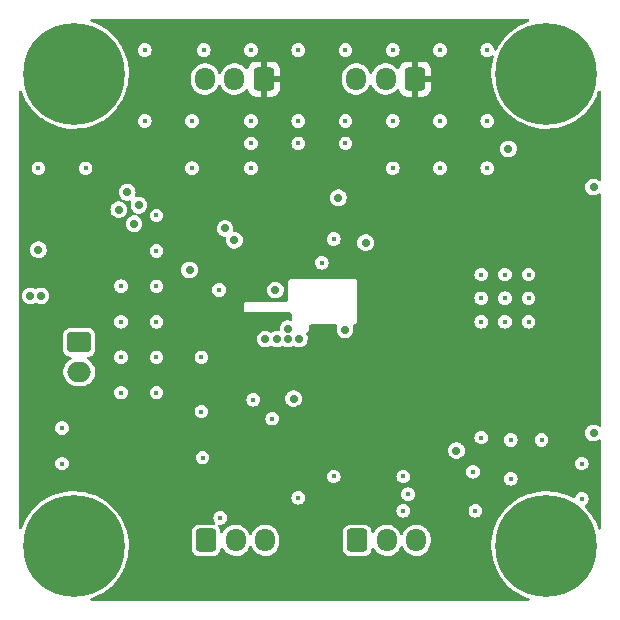
<source format=gbr>
%TF.GenerationSoftware,KiCad,Pcbnew,(6.0.7)*%
%TF.CreationDate,2023-02-10T17:06:25+01:00*%
%TF.ProjectId,STM32L0_ESP32_Breakout_Board,53544d33-324c-4305-9f45-535033325f42,rev?*%
%TF.SameCoordinates,Original*%
%TF.FileFunction,Copper,L3,Inr*%
%TF.FilePolarity,Positive*%
%FSLAX46Y46*%
G04 Gerber Fmt 4.6, Leading zero omitted, Abs format (unit mm)*
G04 Created by KiCad (PCBNEW (6.0.7)) date 2023-02-10 17:06:25*
%MOMM*%
%LPD*%
G01*
G04 APERTURE LIST*
G04 Aperture macros list*
%AMRoundRect*
0 Rectangle with rounded corners*
0 $1 Rounding radius*
0 $2 $3 $4 $5 $6 $7 $8 $9 X,Y pos of 4 corners*
0 Add a 4 corners polygon primitive as box body*
4,1,4,$2,$3,$4,$5,$6,$7,$8,$9,$2,$3,0*
0 Add four circle primitives for the rounded corners*
1,1,$1+$1,$2,$3*
1,1,$1+$1,$4,$5*
1,1,$1+$1,$6,$7*
1,1,$1+$1,$8,$9*
0 Add four rect primitives between the rounded corners*
20,1,$1+$1,$2,$3,$4,$5,0*
20,1,$1+$1,$4,$5,$6,$7,0*
20,1,$1+$1,$6,$7,$8,$9,0*
20,1,$1+$1,$8,$9,$2,$3,0*%
G04 Aperture macros list end*
%TA.AperFunction,ComponentPad*%
%ADD10C,0.900000*%
%TD*%
%TA.AperFunction,ComponentPad*%
%ADD11C,8.600000*%
%TD*%
%TA.AperFunction,ComponentPad*%
%ADD12RoundRect,0.250000X0.600000X0.725000X-0.600000X0.725000X-0.600000X-0.725000X0.600000X-0.725000X0*%
%TD*%
%TA.AperFunction,ComponentPad*%
%ADD13O,1.700000X1.950000*%
%TD*%
%TA.AperFunction,ComponentPad*%
%ADD14RoundRect,0.250000X-0.750000X0.600000X-0.750000X-0.600000X0.750000X-0.600000X0.750000X0.600000X0*%
%TD*%
%TA.AperFunction,ComponentPad*%
%ADD15O,2.000000X1.700000*%
%TD*%
%TA.AperFunction,ComponentPad*%
%ADD16RoundRect,0.250000X-0.600000X-0.725000X0.600000X-0.725000X0.600000X0.725000X-0.600000X0.725000X0*%
%TD*%
%TA.AperFunction,ViaPad*%
%ADD17C,0.450000*%
%TD*%
%TA.AperFunction,ViaPad*%
%ADD18C,0.700000*%
%TD*%
G04 APERTURE END LIST*
D10*
%TO.N,GND*%
%TO.C,H4*%
X117280419Y-116719581D03*
X115000000Y-115775000D03*
X111775000Y-119000000D03*
X112719581Y-116719581D03*
X118225000Y-119000000D03*
X115000000Y-122225000D03*
X112719581Y-121280419D03*
X117280419Y-121280419D03*
D11*
X115000000Y-119000000D03*
%TD*%
D12*
%TO.N,+3.3V*%
%TO.C,J3*%
X131100000Y-79450000D03*
D13*
%TO.N,PWM*%
X128600000Y-79450000D03*
%TO.N,GND*%
X126100000Y-79450000D03*
%TD*%
D12*
%TO.N,+3.3V*%
%TO.C,J4*%
X143900000Y-79450000D03*
D13*
%TO.N,ADC*%
X141400000Y-79450000D03*
%TO.N,GND*%
X138900000Y-79450000D03*
%TD*%
D10*
%TO.N,GND*%
%TO.C,H1*%
X118225000Y-79000000D03*
X117280419Y-76719581D03*
X115000000Y-82225000D03*
X112719581Y-81280419D03*
X115000000Y-75775000D03*
X117280419Y-81280419D03*
X112719581Y-76719581D03*
D11*
X115000000Y-79000000D03*
D10*
X111775000Y-79000000D03*
%TD*%
D11*
%TO.N,GND*%
%TO.C,H3*%
X155000000Y-119000000D03*
D10*
X155000000Y-122225000D03*
X151775000Y-119000000D03*
X152719581Y-121280419D03*
X158225000Y-119000000D03*
X155000000Y-115775000D03*
X152719581Y-116719581D03*
X157280419Y-121280419D03*
X157280419Y-116719581D03*
%TD*%
%TO.N,GND*%
%TO.C,H2*%
X152719581Y-81280419D03*
X157280419Y-76719581D03*
X158225000Y-79000000D03*
X157280419Y-81280419D03*
X152719581Y-76719581D03*
X151775000Y-79000000D03*
X155000000Y-82225000D03*
D11*
X155000000Y-79000000D03*
D10*
X155000000Y-75775000D03*
%TD*%
D14*
%TO.N,VCC*%
%TO.C,J1*%
X115450000Y-101750000D03*
D15*
%TO.N,GND*%
X115450000Y-104250000D03*
%TD*%
D16*
%TO.N,Prog_RX*%
%TO.C,J5*%
X139000000Y-118500000D03*
D13*
%TO.N,Prog_TX*%
X141500000Y-118500000D03*
%TO.N,GND*%
X144000000Y-118500000D03*
%TD*%
D16*
%TO.N,SWDIO*%
%TO.C,J2*%
X126200000Y-118500000D03*
D13*
%TO.N,SWDCLK*%
X128700000Y-118500000D03*
%TO.N,GND*%
X131200000Y-118500000D03*
%TD*%
D17*
%TO.N,GND*%
X122000000Y-91000000D03*
X149500000Y-96000000D03*
X125800000Y-107600000D03*
X127400000Y-116600000D03*
X136000000Y-95000000D03*
X153500000Y-100000000D03*
X122000000Y-100000000D03*
X137000000Y-93000000D03*
X146000000Y-77000000D03*
X119000000Y-100000000D03*
D18*
X159000000Y-109400000D03*
D17*
X137000000Y-113100000D03*
X126000000Y-77000000D03*
X142000000Y-87000000D03*
X122000000Y-94000000D03*
D18*
X137960000Y-100680000D03*
D17*
X138000000Y-77000000D03*
X130200000Y-106600000D03*
D18*
X120100000Y-91700000D03*
X151800000Y-85370000D03*
D17*
X142000000Y-77000000D03*
X125000000Y-83000000D03*
X142000000Y-83000000D03*
X116000000Y-87000000D03*
X151500000Y-98000000D03*
X119000000Y-97000000D03*
D18*
X119517500Y-89035000D03*
D17*
X149000000Y-116000000D03*
X152000000Y-110000000D03*
D18*
X128600000Y-93100000D03*
D17*
X153500000Y-96000000D03*
D18*
X112200000Y-97800000D03*
D17*
X138000000Y-83000000D03*
X121000000Y-83000000D03*
X148800000Y-112700000D03*
D18*
X132200000Y-101475000D03*
D17*
X122000000Y-103000000D03*
X119000000Y-103000000D03*
D18*
X147400000Y-110900000D03*
D17*
X114000000Y-109000000D03*
D18*
X133125000Y-100575000D03*
D17*
X112000000Y-87000000D03*
D18*
X131225000Y-101475000D03*
D17*
X121000000Y-77000000D03*
D18*
X118800000Y-90500000D03*
X111300000Y-97800000D03*
D17*
X122000000Y-106000000D03*
X146000000Y-83000000D03*
X125000000Y-87000000D03*
X149500000Y-98000000D03*
D18*
X133600000Y-106500000D03*
X120517500Y-90135000D03*
D17*
X158000000Y-112000000D03*
X131800000Y-108200000D03*
X150000000Y-83000000D03*
X134000000Y-83000000D03*
D18*
X134100000Y-101475000D03*
D17*
X150000000Y-87000000D03*
X151500000Y-96000000D03*
X130000000Y-87000000D03*
X130000000Y-83000000D03*
D18*
X112000000Y-93900000D03*
D17*
X130000000Y-84900000D03*
X154600000Y-110000000D03*
X146000000Y-87000000D03*
D18*
X159000000Y-88600000D03*
D17*
X142900000Y-113100000D03*
D18*
X133125000Y-101475000D03*
D17*
X134000000Y-114900000D03*
X142900000Y-116000000D03*
X138000000Y-84900000D03*
X151500000Y-100000000D03*
X134000000Y-77000000D03*
X125900000Y-111500000D03*
X127300000Y-97300000D03*
X122000000Y-97000000D03*
X114000000Y-112000000D03*
X130000000Y-77000000D03*
X134000000Y-84900000D03*
X153500000Y-98000000D03*
X149500000Y-109800000D03*
X143300000Y-114600000D03*
D18*
X132073056Y-97325500D03*
X139700000Y-93300000D03*
D17*
X158000000Y-115000000D03*
D18*
X127800000Y-92100000D03*
D17*
X119000000Y-106000000D03*
X152000000Y-113300000D03*
X125800000Y-103000000D03*
D18*
X137400000Y-89500000D03*
D17*
X150000000Y-77000000D03*
D18*
X124800000Y-95600000D03*
D17*
X149500000Y-100000000D03*
D18*
%TO.N,+3.3V*%
X112400000Y-91500000D03*
X120100000Y-93250000D03*
X114300000Y-93950000D03*
X118800000Y-94600000D03*
X116200000Y-91500000D03*
X124800000Y-98400000D03*
X132100000Y-93400000D03*
X157750000Y-88600000D03*
D17*
X133005000Y-99700000D03*
D18*
X118817500Y-87735000D03*
%TD*%
%TA.AperFunction,Conductor*%
%TO.N,+3.3V*%
G36*
X153522018Y-74370502D02*
G01*
X153568511Y-74424158D01*
X153578615Y-74494432D01*
X153549121Y-74559012D01*
X153489893Y-74597249D01*
X153471719Y-74602667D01*
X153468972Y-74603486D01*
X153076806Y-74760341D01*
X152902256Y-74849279D01*
X152703012Y-74950798D01*
X152703007Y-74950801D01*
X152700469Y-74952094D01*
X152698051Y-74953617D01*
X152698047Y-74953619D01*
X152345488Y-75175637D01*
X152345478Y-75175644D01*
X152343061Y-75177166D01*
X152007523Y-75433705D01*
X151696616Y-75719598D01*
X151412900Y-76032493D01*
X151158711Y-76369814D01*
X150936139Y-76728785D01*
X150934856Y-76731347D01*
X150934851Y-76731356D01*
X150875994Y-76848891D01*
X150819454Y-76961801D01*
X150810194Y-76980292D01*
X150761808Y-77032246D01*
X150693014Y-77049793D01*
X150625654Y-77027362D01*
X150581115Y-76972074D01*
X150572609Y-76940320D01*
X150561765Y-76857953D01*
X150561765Y-76857952D01*
X150560687Y-76849764D01*
X150502698Y-76709767D01*
X150410451Y-76589549D01*
X150290233Y-76497302D01*
X150150236Y-76439313D01*
X150000000Y-76419534D01*
X149849764Y-76439313D01*
X149709767Y-76497302D01*
X149589549Y-76589549D01*
X149497302Y-76709767D01*
X149439313Y-76849764D01*
X149419534Y-77000000D01*
X149439313Y-77150236D01*
X149497302Y-77290233D01*
X149589549Y-77410451D01*
X149709767Y-77502698D01*
X149849764Y-77560687D01*
X150000000Y-77580466D01*
X150008188Y-77579388D01*
X150142048Y-77561765D01*
X150150236Y-77560687D01*
X150290233Y-77502698D01*
X150373682Y-77438665D01*
X150439902Y-77413064D01*
X150509451Y-77427329D01*
X150560247Y-77476930D01*
X150576163Y-77546119D01*
X150571383Y-77573780D01*
X150519942Y-77750841D01*
X150475067Y-77905303D01*
X150394474Y-78319915D01*
X150351791Y-78740125D01*
X150347368Y-79162473D01*
X150347597Y-79165318D01*
X150347597Y-79165321D01*
X150376049Y-79518940D01*
X150381242Y-79583485D01*
X150453133Y-79999693D01*
X150562451Y-80407673D01*
X150563436Y-80410350D01*
X150655380Y-80660244D01*
X150708296Y-80804066D01*
X150709521Y-80806646D01*
X150709524Y-80806653D01*
X150860878Y-81125403D01*
X150889466Y-81185610D01*
X151104471Y-81549163D01*
X151351540Y-81891734D01*
X151628641Y-82210502D01*
X151933492Y-82502844D01*
X151935710Y-82504614D01*
X151935715Y-82504619D01*
X152261361Y-82764578D01*
X152263585Y-82766353D01*
X152616201Y-82998860D01*
X152988439Y-83198452D01*
X153377234Y-83363486D01*
X153379943Y-83364356D01*
X153379949Y-83364358D01*
X153776661Y-83491728D01*
X153776665Y-83491729D01*
X153779387Y-83492603D01*
X153895569Y-83518573D01*
X154188792Y-83584117D01*
X154188803Y-83584119D01*
X154191586Y-83584741D01*
X154610440Y-83639141D01*
X155032501Y-83655355D01*
X155035363Y-83655205D01*
X155035364Y-83655205D01*
X155451437Y-83633399D01*
X155451443Y-83633398D01*
X155454294Y-83633249D01*
X155457113Y-83632843D01*
X155457121Y-83632842D01*
X155869526Y-83573414D01*
X155869533Y-83573413D01*
X155872348Y-83573007D01*
X156283221Y-83475123D01*
X156285919Y-83474215D01*
X156285926Y-83474213D01*
X156680820Y-83341317D01*
X156680826Y-83341315D01*
X156683532Y-83340404D01*
X157069985Y-83169957D01*
X157439400Y-82965187D01*
X157788735Y-82727779D01*
X158115116Y-82459687D01*
X158117154Y-82457678D01*
X158117161Y-82457671D01*
X158262363Y-82314482D01*
X158415856Y-82163117D01*
X158643364Y-81893898D01*
X158686633Y-81842696D01*
X158686638Y-81842690D01*
X158688479Y-81840511D01*
X158930742Y-81494524D01*
X159140649Y-81128005D01*
X159259248Y-80868963D01*
X159315286Y-80746567D01*
X159315289Y-80746558D01*
X159316475Y-80743969D01*
X159404654Y-80493570D01*
X159446147Y-80435961D01*
X159512200Y-80409930D01*
X159581840Y-80423742D01*
X159632957Y-80473011D01*
X159649500Y-80535422D01*
X159649500Y-87959414D01*
X159629498Y-88027535D01*
X159575842Y-88074028D01*
X159505568Y-88084132D01*
X159439683Y-88053492D01*
X159402721Y-88020560D01*
X159252881Y-87941224D01*
X159088441Y-87899919D01*
X159080843Y-87899879D01*
X159080841Y-87899879D01*
X159003668Y-87899475D01*
X158918895Y-87899031D01*
X158911508Y-87900805D01*
X158911504Y-87900805D01*
X158768162Y-87935220D01*
X158754032Y-87938612D01*
X158747288Y-87942093D01*
X158747285Y-87942094D01*
X158610117Y-88012892D01*
X158603369Y-88016375D01*
X158597647Y-88021367D01*
X158597645Y-88021368D01*
X158590576Y-88027535D01*
X158475604Y-88127831D01*
X158378113Y-88266547D01*
X158316524Y-88424513D01*
X158315532Y-88432046D01*
X158315532Y-88432047D01*
X158298315Y-88562831D01*
X158294394Y-88592611D01*
X158312999Y-88761135D01*
X158340703Y-88836839D01*
X158368535Y-88912892D01*
X158371266Y-88920356D01*
X158375502Y-88926659D01*
X158375502Y-88926660D01*
X158390617Y-88949153D01*
X158465830Y-89061083D01*
X158471442Y-89066190D01*
X158471445Y-89066193D01*
X158585612Y-89170077D01*
X158585616Y-89170080D01*
X158591233Y-89175191D01*
X158597906Y-89178814D01*
X158597910Y-89178817D01*
X158733558Y-89252467D01*
X158733560Y-89252468D01*
X158740235Y-89256092D01*
X158747584Y-89258020D01*
X158896883Y-89297188D01*
X158896885Y-89297188D01*
X158904233Y-89299116D01*
X158990609Y-89300473D01*
X159066161Y-89301660D01*
X159066164Y-89301660D01*
X159073760Y-89301779D01*
X159081165Y-89300083D01*
X159081166Y-89300083D01*
X159141586Y-89286245D01*
X159239029Y-89263928D01*
X159390498Y-89187747D01*
X159396271Y-89182816D01*
X159396276Y-89182813D01*
X159441670Y-89144043D01*
X159506459Y-89115012D01*
X159576660Y-89125617D01*
X159629982Y-89172492D01*
X159649500Y-89239854D01*
X159649500Y-108759414D01*
X159629498Y-108827535D01*
X159575842Y-108874028D01*
X159505568Y-108884132D01*
X159439683Y-108853492D01*
X159402721Y-108820560D01*
X159252881Y-108741224D01*
X159088441Y-108699919D01*
X159080843Y-108699879D01*
X159080841Y-108699879D01*
X159003668Y-108699475D01*
X158918895Y-108699031D01*
X158911508Y-108700805D01*
X158911504Y-108700805D01*
X158768162Y-108735220D01*
X158754032Y-108738612D01*
X158747288Y-108742093D01*
X158747285Y-108742094D01*
X158675030Y-108779388D01*
X158603369Y-108816375D01*
X158597647Y-108821367D01*
X158597645Y-108821368D01*
X158565094Y-108849764D01*
X158475604Y-108927831D01*
X158471237Y-108934045D01*
X158430638Y-108991812D01*
X158378113Y-109066547D01*
X158316524Y-109224513D01*
X158315532Y-109232046D01*
X158315532Y-109232047D01*
X158295459Y-109384523D01*
X158294394Y-109392611D01*
X158312999Y-109561135D01*
X158371266Y-109720356D01*
X158375502Y-109726659D01*
X158375502Y-109726660D01*
X158390617Y-109749153D01*
X158465830Y-109861083D01*
X158471442Y-109866190D01*
X158471445Y-109866193D01*
X158585612Y-109970077D01*
X158585616Y-109970080D01*
X158591233Y-109975191D01*
X158597906Y-109978814D01*
X158597910Y-109978817D01*
X158733558Y-110052467D01*
X158733560Y-110052468D01*
X158740235Y-110056092D01*
X158747584Y-110058020D01*
X158896883Y-110097188D01*
X158896885Y-110097188D01*
X158904233Y-110099116D01*
X158990609Y-110100473D01*
X159066161Y-110101660D01*
X159066164Y-110101660D01*
X159073760Y-110101779D01*
X159081165Y-110100083D01*
X159081166Y-110100083D01*
X159157488Y-110082603D01*
X159239029Y-110063928D01*
X159390498Y-109987747D01*
X159396271Y-109982816D01*
X159396276Y-109982813D01*
X159441670Y-109944043D01*
X159506459Y-109915012D01*
X159576660Y-109925617D01*
X159629982Y-109972492D01*
X159649500Y-110039854D01*
X159649500Y-117464864D01*
X159629498Y-117532985D01*
X159575842Y-117579478D01*
X159505568Y-117589582D01*
X159440988Y-117560088D01*
X159403804Y-117504218D01*
X159352946Y-117349533D01*
X159352946Y-117349532D01*
X159352051Y-117346811D01*
X159350920Y-117344197D01*
X159350916Y-117344187D01*
X159268179Y-117152994D01*
X159184307Y-116959177D01*
X159057361Y-116726342D01*
X158983491Y-116590854D01*
X158983487Y-116590847D01*
X158982121Y-116588342D01*
X158899234Y-116464527D01*
X158748749Y-116239734D01*
X158748741Y-116239723D01*
X158747157Y-116237357D01*
X158481350Y-115909113D01*
X158271582Y-115693404D01*
X158238431Y-115630623D01*
X158244484Y-115559885D01*
X158287764Y-115503721D01*
X158290233Y-115502698D01*
X158410451Y-115410451D01*
X158502698Y-115290233D01*
X158560687Y-115150236D01*
X158566530Y-115105858D01*
X158579388Y-115008188D01*
X158580466Y-115000000D01*
X158560687Y-114849764D01*
X158502698Y-114709767D01*
X158410451Y-114589549D01*
X158290233Y-114497302D01*
X158150236Y-114439313D01*
X158000000Y-114419534D01*
X157849764Y-114439313D01*
X157709767Y-114497302D01*
X157589549Y-114589549D01*
X157497302Y-114709767D01*
X157439313Y-114849764D01*
X157438552Y-114855547D01*
X157402185Y-114915209D01*
X157338324Y-114946231D01*
X157267830Y-114937802D01*
X157254049Y-114930873D01*
X157159332Y-114875746D01*
X157159320Y-114875739D01*
X157156860Y-114874308D01*
X157075647Y-114836438D01*
X156776657Y-114697016D01*
X156776647Y-114697012D01*
X156774061Y-114695806D01*
X156771364Y-114694835D01*
X156379349Y-114553700D01*
X156379340Y-114553697D01*
X156376659Y-114552732D01*
X156106086Y-114482253D01*
X155970695Y-114446986D01*
X155970689Y-114446985D01*
X155967926Y-114446265D01*
X155551226Y-114377281D01*
X155548383Y-114377072D01*
X155548381Y-114377072D01*
X155132834Y-114346556D01*
X155129988Y-114346347D01*
X154955820Y-114349387D01*
X154710532Y-114353669D01*
X154710527Y-114353669D01*
X154707681Y-114353719D01*
X154704848Y-114354027D01*
X154704844Y-114354027D01*
X154358231Y-114391681D01*
X154287779Y-114399334D01*
X153873740Y-114482819D01*
X153871007Y-114483634D01*
X153871002Y-114483635D01*
X153641641Y-114552011D01*
X153468972Y-114603486D01*
X153076806Y-114760341D01*
X153074259Y-114761639D01*
X152703012Y-114950798D01*
X152703007Y-114950801D01*
X152700469Y-114952094D01*
X152698051Y-114953617D01*
X152698047Y-114953619D01*
X152345488Y-115175637D01*
X152345478Y-115175644D01*
X152343061Y-115177166D01*
X152007523Y-115433705D01*
X152005412Y-115435646D01*
X152005411Y-115435647D01*
X151931460Y-115503648D01*
X151696616Y-115719598D01*
X151412900Y-116032493D01*
X151411176Y-116034780D01*
X151411175Y-116034782D01*
X151366444Y-116094142D01*
X151158711Y-116369814D01*
X151157212Y-116372231D01*
X151157209Y-116372236D01*
X151113870Y-116442135D01*
X150936139Y-116728785D01*
X150934856Y-116731347D01*
X150934851Y-116731356D01*
X150855292Y-116890233D01*
X150747018Y-117106451D01*
X150592905Y-117499702D01*
X150592107Y-117502449D01*
X150486488Y-117865993D01*
X150475067Y-117905303D01*
X150394474Y-118319915D01*
X150351791Y-118740125D01*
X150347368Y-119162473D01*
X150347597Y-119165318D01*
X150347597Y-119165321D01*
X150376049Y-119518940D01*
X150381242Y-119583485D01*
X150453133Y-119999693D01*
X150562451Y-120407673D01*
X150708296Y-120804066D01*
X150709521Y-120806646D01*
X150709524Y-120806653D01*
X150873084Y-121151109D01*
X150889466Y-121185610D01*
X151104471Y-121549163D01*
X151351540Y-121891734D01*
X151628641Y-122210502D01*
X151933492Y-122502844D01*
X151935710Y-122504614D01*
X151935715Y-122504619D01*
X152261361Y-122764578D01*
X152263585Y-122766353D01*
X152616201Y-122998860D01*
X152988439Y-123198452D01*
X153377234Y-123363486D01*
X153379943Y-123364356D01*
X153379949Y-123364358D01*
X153501963Y-123403532D01*
X153560708Y-123443400D01*
X153588573Y-123508700D01*
X153576711Y-123578699D01*
X153528887Y-123631172D01*
X153463445Y-123649500D01*
X116534508Y-123649500D01*
X116466387Y-123629498D01*
X116419894Y-123575842D01*
X116409790Y-123505568D01*
X116439284Y-123440988D01*
X116494319Y-123404081D01*
X116680820Y-123341317D01*
X116680826Y-123341315D01*
X116683532Y-123340404D01*
X117069985Y-123169957D01*
X117439400Y-122965187D01*
X117788735Y-122727779D01*
X118115116Y-122459687D01*
X118117154Y-122457678D01*
X118117161Y-122457671D01*
X118288046Y-122289155D01*
X118415856Y-122163117D01*
X118643364Y-121893898D01*
X118686633Y-121842696D01*
X118686638Y-121842690D01*
X118688479Y-121840511D01*
X118930742Y-121494524D01*
X119140649Y-121128005D01*
X119287776Y-120806653D01*
X119315286Y-120746567D01*
X119315289Y-120746558D01*
X119316475Y-120743969D01*
X119456770Y-120345578D01*
X119457472Y-120342804D01*
X119559678Y-119938891D01*
X119559679Y-119938887D01*
X119560381Y-119936112D01*
X119577675Y-119826926D01*
X119617167Y-119577582D01*
X119626455Y-119518940D01*
X119642556Y-119276530D01*
X119654331Y-119099247D01*
X119654331Y-119099239D01*
X119654447Y-119097497D01*
X119655468Y-119000000D01*
X119636308Y-118578063D01*
X119578986Y-118159599D01*
X119576707Y-118149725D01*
X119484617Y-117750841D01*
X119484616Y-117750839D01*
X119483973Y-117748052D01*
X119479892Y-117735639D01*
X124999500Y-117735639D01*
X124999501Y-119264360D01*
X125000039Y-119268444D01*
X125000039Y-119268450D01*
X125002373Y-119286176D01*
X125014956Y-119381762D01*
X125075464Y-119527841D01*
X125171718Y-119653282D01*
X125297159Y-119749536D01*
X125443238Y-119810044D01*
X125451426Y-119811122D01*
X125556545Y-119824961D01*
X125560639Y-119825500D01*
X126199922Y-119825500D01*
X126839360Y-119825499D01*
X126843444Y-119824961D01*
X126843450Y-119824961D01*
X126948575Y-119811122D01*
X126948577Y-119811122D01*
X126956762Y-119810044D01*
X127102841Y-119749536D01*
X127228282Y-119653282D01*
X127324536Y-119527841D01*
X127385044Y-119381762D01*
X127400500Y-119264361D01*
X127400500Y-119244743D01*
X127420502Y-119176622D01*
X127474158Y-119130129D01*
X127544432Y-119120025D01*
X127609012Y-119149519D01*
X127639506Y-119189015D01*
X127672020Y-119254947D01*
X127675474Y-119259573D01*
X127675475Y-119259574D01*
X127800580Y-119427109D01*
X127804033Y-119431733D01*
X127966051Y-119581501D01*
X128152650Y-119699236D01*
X128357579Y-119780994D01*
X128363239Y-119782120D01*
X128363243Y-119782121D01*
X128568309Y-119822911D01*
X128568312Y-119822911D01*
X128573976Y-119824038D01*
X128579751Y-119824114D01*
X128579755Y-119824114D01*
X128690496Y-119825563D01*
X128794594Y-119826926D01*
X128806030Y-119824961D01*
X129006346Y-119790541D01*
X129006347Y-119790541D01*
X129012043Y-119789562D01*
X129219043Y-119713196D01*
X129408659Y-119600386D01*
X129574543Y-119454910D01*
X129711137Y-119281640D01*
X129813869Y-119086380D01*
X129815584Y-119080857D01*
X129815586Y-119080852D01*
X129828608Y-119038916D01*
X129867911Y-118979790D01*
X129932940Y-118951300D01*
X130003049Y-118962490D01*
X130055979Y-119009807D01*
X130070208Y-119042075D01*
X130074435Y-119057064D01*
X130172020Y-119254947D01*
X130175474Y-119259573D01*
X130175475Y-119259574D01*
X130300580Y-119427109D01*
X130304033Y-119431733D01*
X130466051Y-119581501D01*
X130652650Y-119699236D01*
X130857579Y-119780994D01*
X130863239Y-119782120D01*
X130863243Y-119782121D01*
X131068309Y-119822911D01*
X131068312Y-119822911D01*
X131073976Y-119824038D01*
X131079751Y-119824114D01*
X131079755Y-119824114D01*
X131190496Y-119825563D01*
X131294594Y-119826926D01*
X131306030Y-119824961D01*
X131506346Y-119790541D01*
X131506347Y-119790541D01*
X131512043Y-119789562D01*
X131719043Y-119713196D01*
X131908659Y-119600386D01*
X132074543Y-119454910D01*
X132211137Y-119281640D01*
X132313869Y-119086380D01*
X132379297Y-118875667D01*
X132395000Y-118742994D01*
X132400064Y-118700211D01*
X132400064Y-118700205D01*
X132400500Y-118696524D01*
X132400500Y-118319030D01*
X132385454Y-118155289D01*
X132325565Y-117942936D01*
X132227980Y-117745053D01*
X132220950Y-117735639D01*
X137799500Y-117735639D01*
X137799501Y-119264360D01*
X137800039Y-119268444D01*
X137800039Y-119268450D01*
X137802373Y-119286176D01*
X137814956Y-119381762D01*
X137875464Y-119527841D01*
X137971718Y-119653282D01*
X138097159Y-119749536D01*
X138243238Y-119810044D01*
X138251426Y-119811122D01*
X138356545Y-119824961D01*
X138360639Y-119825500D01*
X138999922Y-119825500D01*
X139639360Y-119825499D01*
X139643444Y-119824961D01*
X139643450Y-119824961D01*
X139748575Y-119811122D01*
X139748577Y-119811122D01*
X139756762Y-119810044D01*
X139902841Y-119749536D01*
X140028282Y-119653282D01*
X140124536Y-119527841D01*
X140185044Y-119381762D01*
X140200500Y-119264361D01*
X140200500Y-119244743D01*
X140220502Y-119176622D01*
X140274158Y-119130129D01*
X140344432Y-119120025D01*
X140409012Y-119149519D01*
X140439506Y-119189015D01*
X140472020Y-119254947D01*
X140475474Y-119259573D01*
X140475475Y-119259574D01*
X140600580Y-119427109D01*
X140604033Y-119431733D01*
X140766051Y-119581501D01*
X140952650Y-119699236D01*
X141157579Y-119780994D01*
X141163239Y-119782120D01*
X141163243Y-119782121D01*
X141368309Y-119822911D01*
X141368312Y-119822911D01*
X141373976Y-119824038D01*
X141379751Y-119824114D01*
X141379755Y-119824114D01*
X141490496Y-119825563D01*
X141594594Y-119826926D01*
X141606030Y-119824961D01*
X141806346Y-119790541D01*
X141806347Y-119790541D01*
X141812043Y-119789562D01*
X142019043Y-119713196D01*
X142208659Y-119600386D01*
X142374543Y-119454910D01*
X142511137Y-119281640D01*
X142613869Y-119086380D01*
X142615584Y-119080857D01*
X142615586Y-119080852D01*
X142628608Y-119038916D01*
X142667911Y-118979790D01*
X142732940Y-118951300D01*
X142803049Y-118962490D01*
X142855979Y-119009807D01*
X142870208Y-119042075D01*
X142874435Y-119057064D01*
X142972020Y-119254947D01*
X142975474Y-119259573D01*
X142975475Y-119259574D01*
X143100580Y-119427109D01*
X143104033Y-119431733D01*
X143266051Y-119581501D01*
X143452650Y-119699236D01*
X143657579Y-119780994D01*
X143663239Y-119782120D01*
X143663243Y-119782121D01*
X143868309Y-119822911D01*
X143868312Y-119822911D01*
X143873976Y-119824038D01*
X143879751Y-119824114D01*
X143879755Y-119824114D01*
X143990496Y-119825563D01*
X144094594Y-119826926D01*
X144106030Y-119824961D01*
X144306346Y-119790541D01*
X144306347Y-119790541D01*
X144312043Y-119789562D01*
X144519043Y-119713196D01*
X144708659Y-119600386D01*
X144874543Y-119454910D01*
X145011137Y-119281640D01*
X145113869Y-119086380D01*
X145179297Y-118875667D01*
X145195000Y-118742994D01*
X145200064Y-118700211D01*
X145200064Y-118700205D01*
X145200500Y-118696524D01*
X145200500Y-118319030D01*
X145185454Y-118155289D01*
X145125565Y-117942936D01*
X145027980Y-117745053D01*
X144927586Y-117610609D01*
X144899420Y-117572891D01*
X144899420Y-117572890D01*
X144895967Y-117568267D01*
X144733949Y-117418499D01*
X144547350Y-117300764D01*
X144342421Y-117219006D01*
X144336761Y-117217880D01*
X144336757Y-117217879D01*
X144131691Y-117177089D01*
X144131688Y-117177089D01*
X144126024Y-117175962D01*
X144120249Y-117175886D01*
X144120245Y-117175886D01*
X144009504Y-117174437D01*
X143905406Y-117173074D01*
X143899709Y-117174053D01*
X143899708Y-117174053D01*
X143693654Y-117209459D01*
X143693653Y-117209459D01*
X143687957Y-117210438D01*
X143480957Y-117286804D01*
X143475996Y-117289756D01*
X143475995Y-117289756D01*
X143380095Y-117346811D01*
X143291341Y-117399614D01*
X143125457Y-117545090D01*
X142988863Y-117718360D01*
X142886131Y-117913620D01*
X142884416Y-117919143D01*
X142884414Y-117919148D01*
X142871392Y-117961084D01*
X142832089Y-118020210D01*
X142767060Y-118048700D01*
X142696951Y-118037510D01*
X142644021Y-117990193D01*
X142629792Y-117957925D01*
X142625565Y-117942936D01*
X142527980Y-117745053D01*
X142427586Y-117610609D01*
X142399420Y-117572891D01*
X142399420Y-117572890D01*
X142395967Y-117568267D01*
X142233949Y-117418499D01*
X142047350Y-117300764D01*
X141842421Y-117219006D01*
X141836761Y-117217880D01*
X141836757Y-117217879D01*
X141631691Y-117177089D01*
X141631688Y-117177089D01*
X141626024Y-117175962D01*
X141620249Y-117175886D01*
X141620245Y-117175886D01*
X141509504Y-117174437D01*
X141405406Y-117173074D01*
X141399709Y-117174053D01*
X141399708Y-117174053D01*
X141193654Y-117209459D01*
X141193653Y-117209459D01*
X141187957Y-117210438D01*
X140980957Y-117286804D01*
X140975996Y-117289756D01*
X140975995Y-117289756D01*
X140880095Y-117346811D01*
X140791341Y-117399614D01*
X140625457Y-117545090D01*
X140488863Y-117718360D01*
X140471774Y-117750841D01*
X140438007Y-117815021D01*
X140388588Y-117865993D01*
X140319455Y-117882156D01*
X140252559Y-117858377D01*
X140209139Y-117802206D01*
X140200499Y-117756353D01*
X140200499Y-117735640D01*
X140198225Y-117718360D01*
X140186122Y-117626425D01*
X140186122Y-117626423D01*
X140185044Y-117618238D01*
X140124536Y-117472159D01*
X140028282Y-117346718D01*
X139902841Y-117250464D01*
X139756762Y-117189956D01*
X139684678Y-117180466D01*
X139643448Y-117175038D01*
X139643447Y-117175038D01*
X139639361Y-117174500D01*
X139000078Y-117174500D01*
X138360640Y-117174501D01*
X138356556Y-117175039D01*
X138356550Y-117175039D01*
X138251425Y-117188878D01*
X138251423Y-117188878D01*
X138243238Y-117189956D01*
X138097159Y-117250464D01*
X137971718Y-117346718D01*
X137875464Y-117472159D01*
X137814956Y-117618238D01*
X137799500Y-117735639D01*
X132220950Y-117735639D01*
X132127586Y-117610609D01*
X132099420Y-117572891D01*
X132099420Y-117572890D01*
X132095967Y-117568267D01*
X131933949Y-117418499D01*
X131747350Y-117300764D01*
X131542421Y-117219006D01*
X131536761Y-117217880D01*
X131536757Y-117217879D01*
X131331691Y-117177089D01*
X131331688Y-117177089D01*
X131326024Y-117175962D01*
X131320249Y-117175886D01*
X131320245Y-117175886D01*
X131209504Y-117174437D01*
X131105406Y-117173074D01*
X131099709Y-117174053D01*
X131099708Y-117174053D01*
X130893654Y-117209459D01*
X130893653Y-117209459D01*
X130887957Y-117210438D01*
X130680957Y-117286804D01*
X130675996Y-117289756D01*
X130675995Y-117289756D01*
X130580095Y-117346811D01*
X130491341Y-117399614D01*
X130325457Y-117545090D01*
X130188863Y-117718360D01*
X130086131Y-117913620D01*
X130084416Y-117919143D01*
X130084414Y-117919148D01*
X130071392Y-117961084D01*
X130032089Y-118020210D01*
X129967060Y-118048700D01*
X129896951Y-118037510D01*
X129844021Y-117990193D01*
X129829792Y-117957925D01*
X129825565Y-117942936D01*
X129727980Y-117745053D01*
X129627586Y-117610609D01*
X129599420Y-117572891D01*
X129599420Y-117572890D01*
X129595967Y-117568267D01*
X129433949Y-117418499D01*
X129247350Y-117300764D01*
X129042421Y-117219006D01*
X129036761Y-117217880D01*
X129036757Y-117217879D01*
X128831691Y-117177089D01*
X128831688Y-117177089D01*
X128826024Y-117175962D01*
X128820249Y-117175886D01*
X128820245Y-117175886D01*
X128709504Y-117174437D01*
X128605406Y-117173074D01*
X128599709Y-117174053D01*
X128599708Y-117174053D01*
X128393654Y-117209459D01*
X128393653Y-117209459D01*
X128387957Y-117210438D01*
X128180957Y-117286804D01*
X128175996Y-117289756D01*
X128175995Y-117289756D01*
X128080095Y-117346811D01*
X127991341Y-117399614D01*
X127825457Y-117545090D01*
X127688863Y-117718360D01*
X127671774Y-117750841D01*
X127638007Y-117815021D01*
X127588588Y-117865993D01*
X127519455Y-117882156D01*
X127452559Y-117858377D01*
X127409139Y-117802206D01*
X127400499Y-117756353D01*
X127400499Y-117735640D01*
X127398225Y-117718360D01*
X127386122Y-117626425D01*
X127386122Y-117626423D01*
X127385044Y-117618238D01*
X127324536Y-117472159D01*
X127252260Y-117377967D01*
X127226660Y-117311747D01*
X127240925Y-117242198D01*
X127290526Y-117191402D01*
X127359716Y-117175486D01*
X127368661Y-117176340D01*
X127400000Y-117180466D01*
X127408188Y-117179388D01*
X127445309Y-117174501D01*
X127550236Y-117160687D01*
X127690233Y-117102698D01*
X127810451Y-117010451D01*
X127902698Y-116890233D01*
X127960687Y-116750236D01*
X127980466Y-116600000D01*
X127960687Y-116449764D01*
X127902698Y-116309767D01*
X127810451Y-116189549D01*
X127690233Y-116097302D01*
X127550236Y-116039313D01*
X127400000Y-116019534D01*
X127249764Y-116039313D01*
X127109767Y-116097302D01*
X126989549Y-116189549D01*
X126897302Y-116309767D01*
X126839313Y-116449764D01*
X126819534Y-116600000D01*
X126839313Y-116750236D01*
X126897302Y-116890233D01*
X126961272Y-116973600D01*
X126986872Y-117039818D01*
X126972608Y-117109366D01*
X126923007Y-117160163D01*
X126853817Y-117176079D01*
X126844871Y-117175225D01*
X126843453Y-117175038D01*
X126843442Y-117175037D01*
X126839361Y-117174500D01*
X126200078Y-117174500D01*
X125560640Y-117174501D01*
X125556556Y-117175039D01*
X125556550Y-117175039D01*
X125451425Y-117188878D01*
X125451423Y-117188878D01*
X125443238Y-117189956D01*
X125297159Y-117250464D01*
X125171718Y-117346718D01*
X125075464Y-117472159D01*
X125014956Y-117618238D01*
X124999500Y-117735639D01*
X119479892Y-117735639D01*
X119478548Y-117731550D01*
X119352946Y-117349533D01*
X119352946Y-117349532D01*
X119352051Y-117346811D01*
X119350920Y-117344197D01*
X119350916Y-117344187D01*
X119268179Y-117152994D01*
X119184307Y-116959177D01*
X119057361Y-116726342D01*
X118983491Y-116590854D01*
X118983487Y-116590847D01*
X118982121Y-116588342D01*
X118899234Y-116464527D01*
X118748749Y-116239734D01*
X118748741Y-116239723D01*
X118747157Y-116237357D01*
X118554949Y-116000000D01*
X142319534Y-116000000D01*
X142339313Y-116150236D01*
X142397302Y-116290233D01*
X142489549Y-116410451D01*
X142609767Y-116502698D01*
X142749764Y-116560687D01*
X142900000Y-116580466D01*
X142908188Y-116579388D01*
X143042048Y-116561765D01*
X143050236Y-116560687D01*
X143190233Y-116502698D01*
X143310451Y-116410451D01*
X143402698Y-116290233D01*
X143460687Y-116150236D01*
X143480466Y-116000000D01*
X148419534Y-116000000D01*
X148439313Y-116150236D01*
X148497302Y-116290233D01*
X148589549Y-116410451D01*
X148709767Y-116502698D01*
X148849764Y-116560687D01*
X149000000Y-116580466D01*
X149008188Y-116579388D01*
X149142048Y-116561765D01*
X149150236Y-116560687D01*
X149290233Y-116502698D01*
X149410451Y-116410451D01*
X149502698Y-116290233D01*
X149560687Y-116150236D01*
X149580466Y-116000000D01*
X149560687Y-115849764D01*
X149502698Y-115709767D01*
X149410451Y-115589549D01*
X149290233Y-115497302D01*
X149150236Y-115439313D01*
X149000000Y-115419534D01*
X148849764Y-115439313D01*
X148709767Y-115497302D01*
X148589549Y-115589549D01*
X148497302Y-115709767D01*
X148439313Y-115849764D01*
X148419534Y-116000000D01*
X143480466Y-116000000D01*
X143460687Y-115849764D01*
X143402698Y-115709767D01*
X143310451Y-115589549D01*
X143190233Y-115497302D01*
X143050236Y-115439313D01*
X142900000Y-115419534D01*
X142749764Y-115439313D01*
X142609767Y-115497302D01*
X142489549Y-115589549D01*
X142397302Y-115709767D01*
X142339313Y-115849764D01*
X142319534Y-116000000D01*
X118554949Y-116000000D01*
X118481350Y-115909113D01*
X118431599Y-115857952D01*
X118188877Y-115608356D01*
X118188873Y-115608352D01*
X118186887Y-115606310D01*
X118184729Y-115604460D01*
X118184719Y-115604451D01*
X117868366Y-115333304D01*
X117868361Y-115333300D01*
X117866192Y-115331441D01*
X117863861Y-115329784D01*
X117863854Y-115329779D01*
X117667493Y-115190233D01*
X117521905Y-115086769D01*
X117215072Y-114908188D01*
X117201004Y-114900000D01*
X133419534Y-114900000D01*
X133439313Y-115050236D01*
X133497302Y-115190233D01*
X133589549Y-115310451D01*
X133709767Y-115402698D01*
X133849764Y-115460687D01*
X134000000Y-115480466D01*
X134008188Y-115479388D01*
X134142048Y-115461765D01*
X134150236Y-115460687D01*
X134290233Y-115402698D01*
X134410451Y-115310451D01*
X134502698Y-115190233D01*
X134560687Y-115050236D01*
X134580466Y-114900000D01*
X134562250Y-114761639D01*
X134561765Y-114757952D01*
X134560687Y-114749764D01*
X134502698Y-114609767D01*
X134495203Y-114600000D01*
X142719534Y-114600000D01*
X142739313Y-114750236D01*
X142797302Y-114890233D01*
X142889549Y-115010451D01*
X143009767Y-115102698D01*
X143149764Y-115160687D01*
X143300000Y-115180466D01*
X143308188Y-115179388D01*
X143311865Y-115178904D01*
X143450236Y-115160687D01*
X143590233Y-115102698D01*
X143710451Y-115010451D01*
X143802698Y-114890233D01*
X143860687Y-114750236D01*
X143880466Y-114600000D01*
X143866787Y-114496099D01*
X143861765Y-114457952D01*
X143860687Y-114449764D01*
X143802698Y-114309767D01*
X143710451Y-114189549D01*
X143590233Y-114097302D01*
X143450236Y-114039313D01*
X143300000Y-114019534D01*
X143149764Y-114039313D01*
X143009767Y-114097302D01*
X142889549Y-114189549D01*
X142797302Y-114309767D01*
X142739313Y-114449764D01*
X142738235Y-114457952D01*
X142733213Y-114496099D01*
X142719534Y-114600000D01*
X134495203Y-114600000D01*
X134410451Y-114489549D01*
X134290233Y-114397302D01*
X134167338Y-114346397D01*
X134157865Y-114342473D01*
X134150236Y-114339313D01*
X134000000Y-114319534D01*
X133849764Y-114339313D01*
X133842135Y-114342473D01*
X133832662Y-114346397D01*
X133709767Y-114397302D01*
X133589549Y-114489549D01*
X133497302Y-114609767D01*
X133439313Y-114749764D01*
X133438235Y-114757952D01*
X133437750Y-114761639D01*
X133419534Y-114900000D01*
X117201004Y-114900000D01*
X117159333Y-114875747D01*
X117159328Y-114875744D01*
X117156860Y-114874308D01*
X116944306Y-114775192D01*
X116776657Y-114697016D01*
X116776647Y-114697012D01*
X116774061Y-114695806D01*
X116771364Y-114694835D01*
X116379349Y-114553700D01*
X116379340Y-114553697D01*
X116376659Y-114552732D01*
X116106086Y-114482253D01*
X115970695Y-114446986D01*
X115970689Y-114446985D01*
X115967926Y-114446265D01*
X115551226Y-114377281D01*
X115548383Y-114377072D01*
X115548381Y-114377072D01*
X115132834Y-114346556D01*
X115129988Y-114346347D01*
X114955820Y-114349387D01*
X114710532Y-114353669D01*
X114710527Y-114353669D01*
X114707681Y-114353719D01*
X114704848Y-114354027D01*
X114704844Y-114354027D01*
X114358231Y-114391681D01*
X114287779Y-114399334D01*
X113873740Y-114482819D01*
X113871007Y-114483634D01*
X113871002Y-114483635D01*
X113641641Y-114552011D01*
X113468972Y-114603486D01*
X113076806Y-114760341D01*
X113074259Y-114761639D01*
X112703012Y-114950798D01*
X112703007Y-114950801D01*
X112700469Y-114952094D01*
X112698051Y-114953617D01*
X112698047Y-114953619D01*
X112345488Y-115175637D01*
X112345478Y-115175644D01*
X112343061Y-115177166D01*
X112007523Y-115433705D01*
X112005412Y-115435646D01*
X112005411Y-115435647D01*
X111931460Y-115503648D01*
X111696616Y-115719598D01*
X111412900Y-116032493D01*
X111411176Y-116034780D01*
X111411175Y-116034782D01*
X111366444Y-116094142D01*
X111158711Y-116369814D01*
X111157212Y-116372231D01*
X111157209Y-116372236D01*
X111113870Y-116442135D01*
X110936139Y-116728785D01*
X110934856Y-116731347D01*
X110934851Y-116731356D01*
X110855292Y-116890233D01*
X110747018Y-117106451D01*
X110745971Y-117109124D01*
X110745970Y-117109125D01*
X110593813Y-117497385D01*
X110550334Y-117553511D01*
X110483414Y-117577221D01*
X110414298Y-117560987D01*
X110364931Y-117509963D01*
X110350500Y-117451411D01*
X110350500Y-113100000D01*
X136419534Y-113100000D01*
X136420612Y-113108188D01*
X136433471Y-113205858D01*
X136439313Y-113250236D01*
X136497302Y-113390233D01*
X136589549Y-113510451D01*
X136709767Y-113602698D01*
X136849764Y-113660687D01*
X137000000Y-113680466D01*
X137008188Y-113679388D01*
X137142048Y-113661765D01*
X137150236Y-113660687D01*
X137290233Y-113602698D01*
X137410451Y-113510451D01*
X137502698Y-113390233D01*
X137560687Y-113250236D01*
X137566530Y-113205858D01*
X137579388Y-113108188D01*
X137580466Y-113100000D01*
X142319534Y-113100000D01*
X142320612Y-113108188D01*
X142333471Y-113205858D01*
X142339313Y-113250236D01*
X142397302Y-113390233D01*
X142489549Y-113510451D01*
X142609767Y-113602698D01*
X142749764Y-113660687D01*
X142900000Y-113680466D01*
X142908188Y-113679388D01*
X143042048Y-113661765D01*
X143050236Y-113660687D01*
X143190233Y-113602698D01*
X143310451Y-113510451D01*
X143402698Y-113390233D01*
X143440074Y-113300000D01*
X151419534Y-113300000D01*
X151439313Y-113450236D01*
X151497302Y-113590233D01*
X151589549Y-113710451D01*
X151709767Y-113802698D01*
X151849764Y-113860687D01*
X152000000Y-113880466D01*
X152008188Y-113879388D01*
X152142048Y-113861765D01*
X152150236Y-113860687D01*
X152290233Y-113802698D01*
X152410451Y-113710451D01*
X152502698Y-113590233D01*
X152560687Y-113450236D01*
X152580466Y-113300000D01*
X152560687Y-113149764D01*
X152502698Y-113009767D01*
X152410451Y-112889549D01*
X152290233Y-112797302D01*
X152150236Y-112739313D01*
X152000000Y-112719534D01*
X151849764Y-112739313D01*
X151709767Y-112797302D01*
X151589549Y-112889549D01*
X151497302Y-113009767D01*
X151439313Y-113149764D01*
X151419534Y-113300000D01*
X143440074Y-113300000D01*
X143460687Y-113250236D01*
X143466530Y-113205858D01*
X143479388Y-113108188D01*
X143480466Y-113100000D01*
X143460687Y-112949764D01*
X143402698Y-112809767D01*
X143318470Y-112700000D01*
X148219534Y-112700000D01*
X148239313Y-112850236D01*
X148297302Y-112990233D01*
X148389549Y-113110451D01*
X148509767Y-113202698D01*
X148649764Y-113260687D01*
X148800000Y-113280466D01*
X148808188Y-113279388D01*
X148942048Y-113261765D01*
X148950236Y-113260687D01*
X149090233Y-113202698D01*
X149210451Y-113110451D01*
X149302698Y-112990233D01*
X149360687Y-112850236D01*
X149380466Y-112700000D01*
X149366946Y-112597302D01*
X149361765Y-112557952D01*
X149360687Y-112549764D01*
X149302698Y-112409767D01*
X149210451Y-112289549D01*
X149090233Y-112197302D01*
X148950236Y-112139313D01*
X148800000Y-112119534D01*
X148649764Y-112139313D01*
X148509767Y-112197302D01*
X148389549Y-112289549D01*
X148297302Y-112409767D01*
X148239313Y-112549764D01*
X148238235Y-112557952D01*
X148233054Y-112597302D01*
X148219534Y-112700000D01*
X143318470Y-112700000D01*
X143310451Y-112689549D01*
X143190233Y-112597302D01*
X143050236Y-112539313D01*
X142900000Y-112519534D01*
X142749764Y-112539313D01*
X142609767Y-112597302D01*
X142489549Y-112689549D01*
X142397302Y-112809767D01*
X142339313Y-112949764D01*
X142319534Y-113100000D01*
X137580466Y-113100000D01*
X137560687Y-112949764D01*
X137502698Y-112809767D01*
X137410451Y-112689549D01*
X137290233Y-112597302D01*
X137150236Y-112539313D01*
X137000000Y-112519534D01*
X136849764Y-112539313D01*
X136709767Y-112597302D01*
X136589549Y-112689549D01*
X136497302Y-112809767D01*
X136439313Y-112949764D01*
X136419534Y-113100000D01*
X110350500Y-113100000D01*
X110350500Y-112000000D01*
X113419534Y-112000000D01*
X113439313Y-112150236D01*
X113497302Y-112290233D01*
X113589549Y-112410451D01*
X113709767Y-112502698D01*
X113849764Y-112560687D01*
X114000000Y-112580466D01*
X114008188Y-112579388D01*
X114142048Y-112561765D01*
X114150236Y-112560687D01*
X114290233Y-112502698D01*
X114410451Y-112410451D01*
X114502698Y-112290233D01*
X114560687Y-112150236D01*
X114580466Y-112000000D01*
X114560687Y-111849764D01*
X114502698Y-111709767D01*
X114410451Y-111589549D01*
X114293749Y-111500000D01*
X125319534Y-111500000D01*
X125339313Y-111650236D01*
X125397302Y-111790233D01*
X125489549Y-111910451D01*
X125609767Y-112002698D01*
X125749764Y-112060687D01*
X125900000Y-112080466D01*
X125908188Y-112079388D01*
X126042048Y-112061765D01*
X126050236Y-112060687D01*
X126190233Y-112002698D01*
X126193749Y-112000000D01*
X157419534Y-112000000D01*
X157439313Y-112150236D01*
X157497302Y-112290233D01*
X157589549Y-112410451D01*
X157709767Y-112502698D01*
X157849764Y-112560687D01*
X158000000Y-112580466D01*
X158008188Y-112579388D01*
X158142048Y-112561765D01*
X158150236Y-112560687D01*
X158290233Y-112502698D01*
X158410451Y-112410451D01*
X158502698Y-112290233D01*
X158560687Y-112150236D01*
X158580466Y-112000000D01*
X158560687Y-111849764D01*
X158502698Y-111709767D01*
X158410451Y-111589549D01*
X158290233Y-111497302D01*
X158150236Y-111439313D01*
X158000000Y-111419534D01*
X157849764Y-111439313D01*
X157709767Y-111497302D01*
X157589549Y-111589549D01*
X157497302Y-111709767D01*
X157439313Y-111849764D01*
X157419534Y-112000000D01*
X126193749Y-112000000D01*
X126310451Y-111910451D01*
X126402698Y-111790233D01*
X126460687Y-111650236D01*
X126480466Y-111500000D01*
X126460687Y-111349764D01*
X126402698Y-111209767D01*
X126310451Y-111089549D01*
X126190233Y-110997302D01*
X126050236Y-110939313D01*
X125900000Y-110919534D01*
X125749764Y-110939313D01*
X125609767Y-110997302D01*
X125489549Y-111089549D01*
X125397302Y-111209767D01*
X125339313Y-111349764D01*
X125319534Y-111500000D01*
X114293749Y-111500000D01*
X114290233Y-111497302D01*
X114150236Y-111439313D01*
X114000000Y-111419534D01*
X113849764Y-111439313D01*
X113709767Y-111497302D01*
X113589549Y-111589549D01*
X113497302Y-111709767D01*
X113439313Y-111849764D01*
X113419534Y-112000000D01*
X110350500Y-112000000D01*
X110350500Y-110892611D01*
X146694394Y-110892611D01*
X146712999Y-111061135D01*
X146771266Y-111220356D01*
X146775502Y-111226659D01*
X146775502Y-111226660D01*
X146788574Y-111246113D01*
X146865830Y-111361083D01*
X146871442Y-111366190D01*
X146871445Y-111366193D01*
X146985612Y-111470077D01*
X146985616Y-111470080D01*
X146991233Y-111475191D01*
X146997906Y-111478814D01*
X146997910Y-111478817D01*
X147133558Y-111552467D01*
X147133560Y-111552468D01*
X147140235Y-111556092D01*
X147147584Y-111558020D01*
X147296883Y-111597188D01*
X147296885Y-111597188D01*
X147304233Y-111599116D01*
X147390609Y-111600473D01*
X147466161Y-111601660D01*
X147466164Y-111601660D01*
X147473760Y-111601779D01*
X147481165Y-111600083D01*
X147481166Y-111600083D01*
X147549105Y-111584523D01*
X147639029Y-111563928D01*
X147790498Y-111487747D01*
X147919423Y-111377634D01*
X148018361Y-111239947D01*
X148027426Y-111217397D01*
X148078766Y-111089687D01*
X148078767Y-111089685D01*
X148081601Y-111082634D01*
X148094195Y-110994142D01*
X148104909Y-110918862D01*
X148104909Y-110918859D01*
X148105490Y-110914778D01*
X148105645Y-110900000D01*
X148103840Y-110885080D01*
X148086188Y-110739220D01*
X148085276Y-110731680D01*
X148025345Y-110573077D01*
X148014658Y-110557527D01*
X147933614Y-110439608D01*
X147933613Y-110439607D01*
X147929312Y-110433349D01*
X147903612Y-110410451D01*
X147808392Y-110325612D01*
X147808388Y-110325610D01*
X147802721Y-110320560D01*
X147768986Y-110302698D01*
X147735080Y-110284746D01*
X147652881Y-110241224D01*
X147488441Y-110199919D01*
X147480843Y-110199879D01*
X147480841Y-110199879D01*
X147403668Y-110199475D01*
X147318895Y-110199031D01*
X147311508Y-110200805D01*
X147311504Y-110200805D01*
X147168162Y-110235220D01*
X147154032Y-110238612D01*
X147147288Y-110242093D01*
X147147285Y-110242094D01*
X147023745Y-110305858D01*
X147003369Y-110316375D01*
X146997647Y-110321367D01*
X146997645Y-110321368D01*
X146929900Y-110380466D01*
X146875604Y-110427831D01*
X146778113Y-110566547D01*
X146716524Y-110724513D01*
X146694394Y-110892611D01*
X110350500Y-110892611D01*
X110350500Y-109800000D01*
X148919534Y-109800000D01*
X148939313Y-109950236D01*
X148997302Y-110090233D01*
X149089549Y-110210451D01*
X149209767Y-110302698D01*
X149349764Y-110360687D01*
X149500000Y-110380466D01*
X149508188Y-110379388D01*
X149642048Y-110361765D01*
X149650236Y-110360687D01*
X149790233Y-110302698D01*
X149910451Y-110210451D01*
X150002698Y-110090233D01*
X150040074Y-110000000D01*
X151419534Y-110000000D01*
X151439313Y-110150236D01*
X151497302Y-110290233D01*
X151589549Y-110410451D01*
X151709767Y-110502698D01*
X151849764Y-110560687D01*
X152000000Y-110580466D01*
X152008188Y-110579388D01*
X152142048Y-110561765D01*
X152150236Y-110560687D01*
X152290233Y-110502698D01*
X152410451Y-110410451D01*
X152502698Y-110290233D01*
X152560687Y-110150236D01*
X152580466Y-110000000D01*
X154019534Y-110000000D01*
X154039313Y-110150236D01*
X154097302Y-110290233D01*
X154189549Y-110410451D01*
X154309767Y-110502698D01*
X154449764Y-110560687D01*
X154600000Y-110580466D01*
X154608188Y-110579388D01*
X154742048Y-110561765D01*
X154750236Y-110560687D01*
X154890233Y-110502698D01*
X155010451Y-110410451D01*
X155102698Y-110290233D01*
X155160687Y-110150236D01*
X155180466Y-110000000D01*
X155160687Y-109849764D01*
X155102698Y-109709767D01*
X155010451Y-109589549D01*
X154890233Y-109497302D01*
X154750236Y-109439313D01*
X154600000Y-109419534D01*
X154449764Y-109439313D01*
X154309767Y-109497302D01*
X154189549Y-109589549D01*
X154097302Y-109709767D01*
X154039313Y-109849764D01*
X154019534Y-110000000D01*
X152580466Y-110000000D01*
X152560687Y-109849764D01*
X152502698Y-109709767D01*
X152410451Y-109589549D01*
X152290233Y-109497302D01*
X152150236Y-109439313D01*
X152000000Y-109419534D01*
X151849764Y-109439313D01*
X151709767Y-109497302D01*
X151589549Y-109589549D01*
X151497302Y-109709767D01*
X151439313Y-109849764D01*
X151419534Y-110000000D01*
X150040074Y-110000000D01*
X150060687Y-109950236D01*
X150080466Y-109800000D01*
X150060687Y-109649764D01*
X150002698Y-109509767D01*
X149910451Y-109389549D01*
X149790233Y-109297302D01*
X149650236Y-109239313D01*
X149500000Y-109219534D01*
X149349764Y-109239313D01*
X149209767Y-109297302D01*
X149089549Y-109389549D01*
X148997302Y-109509767D01*
X148939313Y-109649764D01*
X148919534Y-109800000D01*
X110350500Y-109800000D01*
X110350500Y-109000000D01*
X113419534Y-109000000D01*
X113439313Y-109150236D01*
X113497302Y-109290233D01*
X113589549Y-109410451D01*
X113709767Y-109502698D01*
X113849764Y-109560687D01*
X114000000Y-109580466D01*
X114008188Y-109579388D01*
X114142048Y-109561765D01*
X114150236Y-109560687D01*
X114290233Y-109502698D01*
X114410451Y-109410451D01*
X114502698Y-109290233D01*
X114560687Y-109150236D01*
X114580466Y-109000000D01*
X114560687Y-108849764D01*
X114502698Y-108709767D01*
X114410451Y-108589549D01*
X114290233Y-108497302D01*
X114150236Y-108439313D01*
X114000000Y-108419534D01*
X113849764Y-108439313D01*
X113709767Y-108497302D01*
X113589549Y-108589549D01*
X113497302Y-108709767D01*
X113439313Y-108849764D01*
X113419534Y-109000000D01*
X110350500Y-109000000D01*
X110350500Y-108200000D01*
X131219534Y-108200000D01*
X131239313Y-108350236D01*
X131297302Y-108490233D01*
X131389549Y-108610451D01*
X131509767Y-108702698D01*
X131649764Y-108760687D01*
X131800000Y-108780466D01*
X131808188Y-108779388D01*
X131942048Y-108761765D01*
X131950236Y-108760687D01*
X132090233Y-108702698D01*
X132210451Y-108610451D01*
X132302698Y-108490233D01*
X132360687Y-108350236D01*
X132380466Y-108200000D01*
X132360687Y-108049764D01*
X132302698Y-107909767D01*
X132210451Y-107789549D01*
X132090233Y-107697302D01*
X131950236Y-107639313D01*
X131800000Y-107619534D01*
X131649764Y-107639313D01*
X131509767Y-107697302D01*
X131389549Y-107789549D01*
X131297302Y-107909767D01*
X131239313Y-108049764D01*
X131219534Y-108200000D01*
X110350500Y-108200000D01*
X110350500Y-107600000D01*
X125219534Y-107600000D01*
X125239313Y-107750236D01*
X125297302Y-107890233D01*
X125389549Y-108010451D01*
X125509767Y-108102698D01*
X125649764Y-108160687D01*
X125800000Y-108180466D01*
X125808188Y-108179388D01*
X125942048Y-108161765D01*
X125950236Y-108160687D01*
X126090233Y-108102698D01*
X126210451Y-108010451D01*
X126302698Y-107890233D01*
X126360687Y-107750236D01*
X126380466Y-107600000D01*
X126360687Y-107449764D01*
X126302698Y-107309767D01*
X126210451Y-107189549D01*
X126090233Y-107097302D01*
X125950236Y-107039313D01*
X125800000Y-107019534D01*
X125649764Y-107039313D01*
X125509767Y-107097302D01*
X125389549Y-107189549D01*
X125297302Y-107309767D01*
X125239313Y-107449764D01*
X125219534Y-107600000D01*
X110350500Y-107600000D01*
X110350500Y-106600000D01*
X129619534Y-106600000D01*
X129639313Y-106750236D01*
X129697302Y-106890233D01*
X129789549Y-107010451D01*
X129909767Y-107102698D01*
X130049764Y-107160687D01*
X130057952Y-107161765D01*
X130124882Y-107170576D01*
X130200000Y-107180466D01*
X130208188Y-107179388D01*
X130342048Y-107161765D01*
X130350236Y-107160687D01*
X130490233Y-107102698D01*
X130610451Y-107010451D01*
X130702698Y-106890233D01*
X130760687Y-106750236D01*
X130780466Y-106600000D01*
X130766328Y-106492611D01*
X132894394Y-106492611D01*
X132912999Y-106661135D01*
X132971266Y-106820356D01*
X132975502Y-106826659D01*
X132975502Y-106826660D01*
X132988574Y-106846113D01*
X133065830Y-106961083D01*
X133071442Y-106966190D01*
X133071445Y-106966193D01*
X133185612Y-107070077D01*
X133185616Y-107070080D01*
X133191233Y-107075191D01*
X133197906Y-107078814D01*
X133197910Y-107078817D01*
X133333558Y-107152467D01*
X133333560Y-107152468D01*
X133340235Y-107156092D01*
X133347584Y-107158020D01*
X133496883Y-107197188D01*
X133496885Y-107197188D01*
X133504233Y-107199116D01*
X133590609Y-107200473D01*
X133666161Y-107201660D01*
X133666164Y-107201660D01*
X133673760Y-107201779D01*
X133681165Y-107200083D01*
X133681166Y-107200083D01*
X133771526Y-107179388D01*
X133839029Y-107163928D01*
X133990498Y-107087747D01*
X134075115Y-107015477D01*
X134113651Y-106982564D01*
X134113652Y-106982563D01*
X134119423Y-106977634D01*
X134218361Y-106839947D01*
X134226237Y-106820356D01*
X134278766Y-106689687D01*
X134278767Y-106689685D01*
X134281601Y-106682634D01*
X134305490Y-106514778D01*
X134305645Y-106500000D01*
X134303840Y-106485080D01*
X134299566Y-106449764D01*
X134285276Y-106331680D01*
X134225345Y-106173077D01*
X134129312Y-106033349D01*
X134117514Y-106022837D01*
X134008392Y-105925612D01*
X134008388Y-105925610D01*
X134002721Y-105920560D01*
X133852881Y-105841224D01*
X133688441Y-105799919D01*
X133680843Y-105799879D01*
X133680841Y-105799879D01*
X133603668Y-105799475D01*
X133518895Y-105799031D01*
X133511508Y-105800805D01*
X133511504Y-105800805D01*
X133368162Y-105835220D01*
X133354032Y-105838612D01*
X133347288Y-105842093D01*
X133347285Y-105842094D01*
X133347206Y-105842135D01*
X133203369Y-105916375D01*
X133075604Y-106027831D01*
X133034475Y-106086351D01*
X132984215Y-106157865D01*
X132978113Y-106166547D01*
X132916524Y-106324513D01*
X132915532Y-106332046D01*
X132915532Y-106332047D01*
X132898957Y-106457952D01*
X132894394Y-106492611D01*
X130766328Y-106492611D01*
X130760687Y-106449764D01*
X130702698Y-106309767D01*
X130610451Y-106189549D01*
X130490233Y-106097302D01*
X130350236Y-106039313D01*
X130200000Y-106019534D01*
X130049764Y-106039313D01*
X129909767Y-106097302D01*
X129789549Y-106189549D01*
X129697302Y-106309767D01*
X129639313Y-106449764D01*
X129619534Y-106600000D01*
X110350500Y-106600000D01*
X110350500Y-106000000D01*
X118419534Y-106000000D01*
X118439313Y-106150236D01*
X118497302Y-106290233D01*
X118589549Y-106410451D01*
X118709767Y-106502698D01*
X118849764Y-106560687D01*
X119000000Y-106580466D01*
X119008188Y-106579388D01*
X119142048Y-106561765D01*
X119150236Y-106560687D01*
X119290233Y-106502698D01*
X119410451Y-106410451D01*
X119502698Y-106290233D01*
X119560687Y-106150236D01*
X119580466Y-106000000D01*
X121419534Y-106000000D01*
X121439313Y-106150236D01*
X121497302Y-106290233D01*
X121589549Y-106410451D01*
X121709767Y-106502698D01*
X121849764Y-106560687D01*
X122000000Y-106580466D01*
X122008188Y-106579388D01*
X122142048Y-106561765D01*
X122150236Y-106560687D01*
X122290233Y-106502698D01*
X122410451Y-106410451D01*
X122502698Y-106290233D01*
X122560687Y-106150236D01*
X122580466Y-106000000D01*
X122560687Y-105849764D01*
X122502698Y-105709767D01*
X122410451Y-105589549D01*
X122290233Y-105497302D01*
X122150236Y-105439313D01*
X122000000Y-105419534D01*
X121849764Y-105439313D01*
X121709767Y-105497302D01*
X121589549Y-105589549D01*
X121497302Y-105709767D01*
X121439313Y-105849764D01*
X121419534Y-106000000D01*
X119580466Y-106000000D01*
X119560687Y-105849764D01*
X119502698Y-105709767D01*
X119410451Y-105589549D01*
X119290233Y-105497302D01*
X119150236Y-105439313D01*
X119000000Y-105419534D01*
X118849764Y-105439313D01*
X118709767Y-105497302D01*
X118589549Y-105589549D01*
X118497302Y-105709767D01*
X118439313Y-105849764D01*
X118419534Y-106000000D01*
X110350500Y-106000000D01*
X110350500Y-104344594D01*
X114098074Y-104344594D01*
X114099053Y-104350291D01*
X114099053Y-104350292D01*
X114103475Y-104376024D01*
X114135438Y-104562043D01*
X114211804Y-104769043D01*
X114324614Y-104958659D01*
X114470090Y-105124543D01*
X114643360Y-105261137D01*
X114838620Y-105363869D01*
X115049333Y-105429297D01*
X115055070Y-105429976D01*
X115224789Y-105450064D01*
X115224795Y-105450064D01*
X115228476Y-105450500D01*
X115655970Y-105450500D01*
X115819711Y-105435454D01*
X115825273Y-105433885D01*
X115825275Y-105433885D01*
X115925887Y-105405510D01*
X116032064Y-105375565D01*
X116229947Y-105277980D01*
X116252503Y-105261137D01*
X116402109Y-105149420D01*
X116402110Y-105149420D01*
X116406733Y-105145967D01*
X116556501Y-104983949D01*
X116674236Y-104797350D01*
X116755994Y-104592421D01*
X116799038Y-104376024D01*
X116799450Y-104344594D01*
X116801850Y-104161188D01*
X116801926Y-104155406D01*
X116800947Y-104149708D01*
X116765541Y-103943654D01*
X116765541Y-103943653D01*
X116764562Y-103937957D01*
X116688196Y-103730957D01*
X116575386Y-103541341D01*
X116429910Y-103375457D01*
X116256640Y-103238863D01*
X116159979Y-103188007D01*
X116109007Y-103138588D01*
X116092844Y-103069455D01*
X116116623Y-103002559D01*
X116119933Y-103000000D01*
X118419534Y-103000000D01*
X118420612Y-103008188D01*
X118437780Y-103138588D01*
X118439313Y-103150236D01*
X118497302Y-103290233D01*
X118589549Y-103410451D01*
X118709767Y-103502698D01*
X118849764Y-103560687D01*
X119000000Y-103580466D01*
X119008188Y-103579388D01*
X119142048Y-103561765D01*
X119150236Y-103560687D01*
X119290233Y-103502698D01*
X119410451Y-103410451D01*
X119502698Y-103290233D01*
X119560687Y-103150236D01*
X119562221Y-103138588D01*
X119579388Y-103008188D01*
X119580466Y-103000000D01*
X121419534Y-103000000D01*
X121420612Y-103008188D01*
X121437780Y-103138588D01*
X121439313Y-103150236D01*
X121497302Y-103290233D01*
X121589549Y-103410451D01*
X121709767Y-103502698D01*
X121849764Y-103560687D01*
X122000000Y-103580466D01*
X122008188Y-103579388D01*
X122142048Y-103561765D01*
X122150236Y-103560687D01*
X122290233Y-103502698D01*
X122410451Y-103410451D01*
X122502698Y-103290233D01*
X122560687Y-103150236D01*
X122562221Y-103138588D01*
X122579388Y-103008188D01*
X122580466Y-103000000D01*
X125219534Y-103000000D01*
X125220612Y-103008188D01*
X125237780Y-103138588D01*
X125239313Y-103150236D01*
X125297302Y-103290233D01*
X125389549Y-103410451D01*
X125509767Y-103502698D01*
X125649764Y-103560687D01*
X125800000Y-103580466D01*
X125808188Y-103579388D01*
X125942048Y-103561765D01*
X125950236Y-103560687D01*
X126090233Y-103502698D01*
X126210451Y-103410451D01*
X126302698Y-103290233D01*
X126360687Y-103150236D01*
X126362221Y-103138588D01*
X126379388Y-103008188D01*
X126380466Y-103000000D01*
X126363948Y-102874536D01*
X126361765Y-102857952D01*
X126360687Y-102849764D01*
X126302698Y-102709767D01*
X126210451Y-102589549D01*
X126090233Y-102497302D01*
X125950236Y-102439313D01*
X125800000Y-102419534D01*
X125649764Y-102439313D01*
X125509767Y-102497302D01*
X125389549Y-102589549D01*
X125297302Y-102709767D01*
X125239313Y-102849764D01*
X125238235Y-102857952D01*
X125236052Y-102874536D01*
X125219534Y-103000000D01*
X122580466Y-103000000D01*
X122563948Y-102874536D01*
X122561765Y-102857952D01*
X122560687Y-102849764D01*
X122502698Y-102709767D01*
X122410451Y-102589549D01*
X122290233Y-102497302D01*
X122150236Y-102439313D01*
X122000000Y-102419534D01*
X121849764Y-102439313D01*
X121709767Y-102497302D01*
X121589549Y-102589549D01*
X121497302Y-102709767D01*
X121439313Y-102849764D01*
X121438235Y-102857952D01*
X121436052Y-102874536D01*
X121419534Y-103000000D01*
X119580466Y-103000000D01*
X119563948Y-102874536D01*
X119561765Y-102857952D01*
X119560687Y-102849764D01*
X119502698Y-102709767D01*
X119410451Y-102589549D01*
X119290233Y-102497302D01*
X119150236Y-102439313D01*
X119000000Y-102419534D01*
X118849764Y-102439313D01*
X118709767Y-102497302D01*
X118589549Y-102589549D01*
X118497302Y-102709767D01*
X118439313Y-102849764D01*
X118438235Y-102857952D01*
X118436052Y-102874536D01*
X118419534Y-103000000D01*
X116119933Y-103000000D01*
X116172794Y-102959139D01*
X116218647Y-102950499D01*
X116239360Y-102950499D01*
X116243444Y-102949961D01*
X116243450Y-102949961D01*
X116348575Y-102936122D01*
X116348577Y-102936122D01*
X116356762Y-102935044D01*
X116502841Y-102874536D01*
X116628282Y-102778282D01*
X116724536Y-102652841D01*
X116785044Y-102506762D01*
X116800500Y-102389361D01*
X116800499Y-101110640D01*
X116787633Y-101012900D01*
X116786122Y-101001425D01*
X116786122Y-101001423D01*
X116785044Y-100993238D01*
X116724536Y-100847159D01*
X116628282Y-100721718D01*
X116599979Y-100700000D01*
X116509392Y-100630491D01*
X116502841Y-100625464D01*
X116356762Y-100564956D01*
X116332524Y-100561765D01*
X116243448Y-100550038D01*
X116243447Y-100550038D01*
X116239361Y-100549500D01*
X115450096Y-100549500D01*
X114660640Y-100549501D01*
X114656556Y-100550039D01*
X114656550Y-100550039D01*
X114551425Y-100563878D01*
X114551423Y-100563878D01*
X114543238Y-100564956D01*
X114397159Y-100625464D01*
X114390608Y-100630491D01*
X114300022Y-100700000D01*
X114271718Y-100721718D01*
X114175464Y-100847159D01*
X114114956Y-100993238D01*
X114099500Y-101110639D01*
X114099501Y-102389360D01*
X114100039Y-102393444D01*
X114100039Y-102393450D01*
X114113878Y-102498574D01*
X114114956Y-102506762D01*
X114175464Y-102652841D01*
X114271718Y-102778282D01*
X114397159Y-102874536D01*
X114543238Y-102935044D01*
X114551426Y-102936122D01*
X114656545Y-102949961D01*
X114660639Y-102950500D01*
X114680257Y-102950500D01*
X114748378Y-102970502D01*
X114794871Y-103024158D01*
X114804975Y-103094432D01*
X114775481Y-103159012D01*
X114735985Y-103189506D01*
X114670053Y-103222020D01*
X114665427Y-103225474D01*
X114665426Y-103225475D01*
X114642709Y-103242439D01*
X114493267Y-103354033D01*
X114343499Y-103516051D01*
X114225764Y-103702650D01*
X114144006Y-103907579D01*
X114100962Y-104123976D01*
X114100886Y-104129751D01*
X114100886Y-104129755D01*
X114100475Y-104161188D01*
X114098074Y-104344594D01*
X110350500Y-104344594D01*
X110350500Y-100000000D01*
X118419534Y-100000000D01*
X118439313Y-100150236D01*
X118497302Y-100290233D01*
X118589549Y-100410451D01*
X118709767Y-100502698D01*
X118849764Y-100560687D01*
X119000000Y-100580466D01*
X119008188Y-100579388D01*
X119142048Y-100561765D01*
X119150236Y-100560687D01*
X119290233Y-100502698D01*
X119410451Y-100410451D01*
X119502698Y-100290233D01*
X119560687Y-100150236D01*
X119580466Y-100000000D01*
X121419534Y-100000000D01*
X121439313Y-100150236D01*
X121497302Y-100290233D01*
X121589549Y-100410451D01*
X121709767Y-100502698D01*
X121849764Y-100560687D01*
X122000000Y-100580466D01*
X122008188Y-100579388D01*
X122142048Y-100561765D01*
X122150236Y-100560687D01*
X122290233Y-100502698D01*
X122410451Y-100410451D01*
X122502698Y-100290233D01*
X122560687Y-100150236D01*
X122580466Y-100000000D01*
X122560687Y-99849764D01*
X122502698Y-99709767D01*
X122410451Y-99589549D01*
X122290233Y-99497302D01*
X122150236Y-99439313D01*
X122000000Y-99419534D01*
X121849764Y-99439313D01*
X121709767Y-99497302D01*
X121589549Y-99589549D01*
X121497302Y-99709767D01*
X121439313Y-99849764D01*
X121419534Y-100000000D01*
X119580466Y-100000000D01*
X119560687Y-99849764D01*
X119502698Y-99709767D01*
X119410451Y-99589549D01*
X119290233Y-99497302D01*
X119150236Y-99439313D01*
X119000000Y-99419534D01*
X118849764Y-99439313D01*
X118709767Y-99497302D01*
X118589549Y-99589549D01*
X118497302Y-99709767D01*
X118439313Y-99849764D01*
X118419534Y-100000000D01*
X110350500Y-100000000D01*
X110350500Y-99090000D01*
X129400000Y-99090000D01*
X129510000Y-99190000D01*
X131849395Y-99190000D01*
X131850618Y-99190006D01*
X132879785Y-99199998D01*
X132879802Y-99199998D01*
X132880000Y-99200000D01*
X133305055Y-99200000D01*
X133373176Y-99220002D01*
X133397387Y-99240263D01*
X133456332Y-99303742D01*
X133488027Y-99367271D01*
X133490000Y-99389479D01*
X133490000Y-99782823D01*
X133469998Y-99850944D01*
X133416342Y-99897437D01*
X133346068Y-99907541D01*
X133333304Y-99905027D01*
X133303088Y-99897437D01*
X133213441Y-99874919D01*
X133205843Y-99874879D01*
X133205841Y-99874879D01*
X133128668Y-99874475D01*
X133043895Y-99874031D01*
X133036508Y-99875805D01*
X133036504Y-99875805D01*
X132914790Y-99905027D01*
X132879032Y-99913612D01*
X132872288Y-99917093D01*
X132872285Y-99917094D01*
X132735117Y-99987892D01*
X132728369Y-99991375D01*
X132722647Y-99996367D01*
X132722645Y-99996368D01*
X132651219Y-100058677D01*
X132600604Y-100102831D01*
X132503113Y-100241547D01*
X132441524Y-100399513D01*
X132440532Y-100407046D01*
X132440532Y-100407047D01*
X132420722Y-100557527D01*
X132419394Y-100567611D01*
X132425432Y-100622304D01*
X132427021Y-100636697D01*
X132414615Y-100706601D01*
X132366385Y-100758701D01*
X132297644Y-100776455D01*
X132293127Y-100776096D01*
X132288441Y-100774919D01*
X132280849Y-100774879D01*
X132280847Y-100774879D01*
X132197913Y-100774445D01*
X132118895Y-100774031D01*
X132111508Y-100775805D01*
X132111504Y-100775805D01*
X131968162Y-100810220D01*
X131954032Y-100813612D01*
X131947288Y-100817093D01*
X131947285Y-100817094D01*
X131825264Y-100880074D01*
X131803369Y-100891375D01*
X131797645Y-100896368D01*
X131797641Y-100896371D01*
X131795950Y-100897846D01*
X131794462Y-100898531D01*
X131791364Y-100900637D01*
X131791013Y-100900120D01*
X131731467Y-100927553D01*
X131661160Y-100917681D01*
X131640233Y-100904077D01*
X131639628Y-100904947D01*
X131633391Y-100900612D01*
X131627721Y-100895560D01*
X131613502Y-100888031D01*
X131495774Y-100825698D01*
X131477881Y-100816224D01*
X131313441Y-100774919D01*
X131305843Y-100774879D01*
X131305841Y-100774879D01*
X131228668Y-100774475D01*
X131143895Y-100774031D01*
X131136508Y-100775805D01*
X131136504Y-100775805D01*
X130993162Y-100810220D01*
X130979032Y-100813612D01*
X130972288Y-100817093D01*
X130972285Y-100817094D01*
X130850264Y-100880074D01*
X130828369Y-100891375D01*
X130822647Y-100896367D01*
X130822645Y-100896368D01*
X130751069Y-100958808D01*
X130700604Y-101002831D01*
X130688575Y-101019947D01*
X130607867Y-101134783D01*
X130603113Y-101141547D01*
X130541524Y-101299513D01*
X130540532Y-101307046D01*
X130540532Y-101307047D01*
X130530694Y-101381779D01*
X130519394Y-101467611D01*
X130537999Y-101636135D01*
X130596266Y-101795356D01*
X130600502Y-101801659D01*
X130600502Y-101801660D01*
X130613574Y-101821113D01*
X130690830Y-101936083D01*
X130696442Y-101941190D01*
X130696445Y-101941193D01*
X130810612Y-102045077D01*
X130810616Y-102045080D01*
X130816233Y-102050191D01*
X130822904Y-102053813D01*
X130822910Y-102053817D01*
X130958558Y-102127467D01*
X130958560Y-102127468D01*
X130965235Y-102131092D01*
X130972584Y-102133020D01*
X131121883Y-102172188D01*
X131121885Y-102172188D01*
X131129233Y-102174116D01*
X131215609Y-102175473D01*
X131291161Y-102176660D01*
X131291164Y-102176660D01*
X131298760Y-102176779D01*
X131306165Y-102175083D01*
X131306166Y-102175083D01*
X131366586Y-102161245D01*
X131464029Y-102138928D01*
X131615498Y-102062747D01*
X131621270Y-102057818D01*
X131621272Y-102057816D01*
X131629329Y-102050934D01*
X131694118Y-102021902D01*
X131764319Y-102032506D01*
X131784151Y-102044039D01*
X131785617Y-102045080D01*
X131791233Y-102050191D01*
X131820643Y-102066159D01*
X131933558Y-102127467D01*
X131933560Y-102127468D01*
X131940235Y-102131092D01*
X131947584Y-102133020D01*
X132096883Y-102172188D01*
X132096885Y-102172188D01*
X132104233Y-102174116D01*
X132190609Y-102175473D01*
X132266161Y-102176660D01*
X132266164Y-102176660D01*
X132273760Y-102176779D01*
X132281165Y-102175083D01*
X132281166Y-102175083D01*
X132341586Y-102161245D01*
X132439029Y-102138928D01*
X132590498Y-102062747D01*
X132594368Y-102059442D01*
X132661153Y-102038719D01*
X132723198Y-102053973D01*
X132745643Y-102066159D01*
X132858558Y-102127467D01*
X132858560Y-102127468D01*
X132865235Y-102131092D01*
X132872584Y-102133020D01*
X133021883Y-102172188D01*
X133021885Y-102172188D01*
X133029233Y-102174116D01*
X133115609Y-102175473D01*
X133191161Y-102176660D01*
X133191164Y-102176660D01*
X133198760Y-102176779D01*
X133206165Y-102175083D01*
X133206166Y-102175083D01*
X133266586Y-102161245D01*
X133364029Y-102138928D01*
X133515498Y-102062747D01*
X133521270Y-102057818D01*
X133521272Y-102057816D01*
X133529329Y-102050934D01*
X133594118Y-102021902D01*
X133664319Y-102032506D01*
X133684151Y-102044039D01*
X133685617Y-102045080D01*
X133691233Y-102050191D01*
X133720643Y-102066159D01*
X133833558Y-102127467D01*
X133833560Y-102127468D01*
X133840235Y-102131092D01*
X133847584Y-102133020D01*
X133996883Y-102172188D01*
X133996885Y-102172188D01*
X134004233Y-102174116D01*
X134090609Y-102175473D01*
X134166161Y-102176660D01*
X134166164Y-102176660D01*
X134173760Y-102176779D01*
X134181165Y-102175083D01*
X134181166Y-102175083D01*
X134241586Y-102161245D01*
X134339029Y-102138928D01*
X134490498Y-102062747D01*
X134619423Y-101952634D01*
X134718361Y-101814947D01*
X134726237Y-101795356D01*
X134778766Y-101664687D01*
X134778767Y-101664685D01*
X134781601Y-101657634D01*
X134805490Y-101489778D01*
X134805645Y-101475000D01*
X134803840Y-101460080D01*
X134794364Y-101381779D01*
X134785276Y-101306680D01*
X134725345Y-101148077D01*
X134673289Y-101072336D01*
X134651190Y-101004868D01*
X134669075Y-100936161D01*
X134721267Y-100888031D01*
X134741632Y-100880074D01*
X134741884Y-100880000D01*
X134760000Y-100880000D01*
X134890000Y-100700000D01*
X134890000Y-100399011D01*
X134910002Y-100330890D01*
X134923113Y-100313876D01*
X134962548Y-100270857D01*
X135023321Y-100234159D01*
X135055427Y-100230000D01*
X137199189Y-100230000D01*
X137267310Y-100250002D01*
X137313803Y-100303658D01*
X137323907Y-100373932D01*
X137316582Y-100401770D01*
X137313198Y-100410451D01*
X137276524Y-100504513D01*
X137275532Y-100512046D01*
X137275532Y-100512047D01*
X137260601Y-100625464D01*
X137254394Y-100672611D01*
X137272999Y-100841135D01*
X137294003Y-100898531D01*
X137325870Y-100985610D01*
X137331266Y-101000356D01*
X137335502Y-101006659D01*
X137335502Y-101006660D01*
X137348574Y-101026113D01*
X137425830Y-101141083D01*
X137431442Y-101146190D01*
X137431445Y-101146193D01*
X137545612Y-101250077D01*
X137545616Y-101250080D01*
X137551233Y-101255191D01*
X137557906Y-101258814D01*
X137557910Y-101258817D01*
X137693558Y-101332467D01*
X137693560Y-101332468D01*
X137700235Y-101336092D01*
X137707584Y-101338020D01*
X137856883Y-101377188D01*
X137856885Y-101377188D01*
X137864233Y-101379116D01*
X137950609Y-101380473D01*
X138026161Y-101381660D01*
X138026164Y-101381660D01*
X138033760Y-101381779D01*
X138041165Y-101380083D01*
X138041166Y-101380083D01*
X138101586Y-101366245D01*
X138199029Y-101343928D01*
X138350498Y-101267747D01*
X138479423Y-101157634D01*
X138578361Y-101019947D01*
X138582744Y-101009045D01*
X138638766Y-100869687D01*
X138638767Y-100869685D01*
X138641601Y-100862634D01*
X138653998Y-100775529D01*
X138664909Y-100698862D01*
X138664909Y-100698859D01*
X138665490Y-100694778D01*
X138665645Y-100680000D01*
X138663840Y-100665080D01*
X138653600Y-100580466D01*
X138645276Y-100511680D01*
X138603279Y-100400538D01*
X138597911Y-100329744D01*
X138631669Y-100267287D01*
X138693835Y-100232995D01*
X138721145Y-100230000D01*
X138790000Y-100230000D01*
X138796880Y-100222661D01*
X138796881Y-100222661D01*
X138927611Y-100083215D01*
X138940000Y-100070000D01*
X138940000Y-100000000D01*
X148919534Y-100000000D01*
X148939313Y-100150236D01*
X148997302Y-100290233D01*
X149089549Y-100410451D01*
X149209767Y-100502698D01*
X149349764Y-100560687D01*
X149500000Y-100580466D01*
X149508188Y-100579388D01*
X149642048Y-100561765D01*
X149650236Y-100560687D01*
X149790233Y-100502698D01*
X149910451Y-100410451D01*
X150002698Y-100290233D01*
X150060687Y-100150236D01*
X150080466Y-100000000D01*
X150919534Y-100000000D01*
X150939313Y-100150236D01*
X150997302Y-100290233D01*
X151089549Y-100410451D01*
X151209767Y-100502698D01*
X151349764Y-100560687D01*
X151500000Y-100580466D01*
X151508188Y-100579388D01*
X151642048Y-100561765D01*
X151650236Y-100560687D01*
X151790233Y-100502698D01*
X151910451Y-100410451D01*
X152002698Y-100290233D01*
X152060687Y-100150236D01*
X152080466Y-100000000D01*
X152919534Y-100000000D01*
X152939313Y-100150236D01*
X152997302Y-100290233D01*
X153089549Y-100410451D01*
X153209767Y-100502698D01*
X153349764Y-100560687D01*
X153500000Y-100580466D01*
X153508188Y-100579388D01*
X153642048Y-100561765D01*
X153650236Y-100560687D01*
X153790233Y-100502698D01*
X153910451Y-100410451D01*
X154002698Y-100290233D01*
X154060687Y-100150236D01*
X154080466Y-100000000D01*
X154060687Y-99849764D01*
X154002698Y-99709767D01*
X153910451Y-99589549D01*
X153790233Y-99497302D01*
X153650236Y-99439313D01*
X153500000Y-99419534D01*
X153349764Y-99439313D01*
X153209767Y-99497302D01*
X153089549Y-99589549D01*
X152997302Y-99709767D01*
X152939313Y-99849764D01*
X152919534Y-100000000D01*
X152080466Y-100000000D01*
X152060687Y-99849764D01*
X152002698Y-99709767D01*
X151910451Y-99589549D01*
X151790233Y-99497302D01*
X151650236Y-99439313D01*
X151500000Y-99419534D01*
X151349764Y-99439313D01*
X151209767Y-99497302D01*
X151089549Y-99589549D01*
X150997302Y-99709767D01*
X150939313Y-99849764D01*
X150919534Y-100000000D01*
X150080466Y-100000000D01*
X150060687Y-99849764D01*
X150002698Y-99709767D01*
X149910451Y-99589549D01*
X149790233Y-99497302D01*
X149650236Y-99439313D01*
X149500000Y-99419534D01*
X149349764Y-99439313D01*
X149209767Y-99497302D01*
X149089549Y-99589549D01*
X148997302Y-99709767D01*
X148939313Y-99849764D01*
X148919534Y-100000000D01*
X138940000Y-100000000D01*
X138940000Y-98000000D01*
X148919534Y-98000000D01*
X148939313Y-98150236D01*
X148997302Y-98290233D01*
X149089549Y-98410451D01*
X149209767Y-98502698D01*
X149349764Y-98560687D01*
X149500000Y-98580466D01*
X149508188Y-98579388D01*
X149642048Y-98561765D01*
X149650236Y-98560687D01*
X149790233Y-98502698D01*
X149910451Y-98410451D01*
X150002698Y-98290233D01*
X150060687Y-98150236D01*
X150080466Y-98000000D01*
X150919534Y-98000000D01*
X150939313Y-98150236D01*
X150997302Y-98290233D01*
X151089549Y-98410451D01*
X151209767Y-98502698D01*
X151349764Y-98560687D01*
X151500000Y-98580466D01*
X151508188Y-98579388D01*
X151642048Y-98561765D01*
X151650236Y-98560687D01*
X151790233Y-98502698D01*
X151910451Y-98410451D01*
X152002698Y-98290233D01*
X152060687Y-98150236D01*
X152080466Y-98000000D01*
X152919534Y-98000000D01*
X152939313Y-98150236D01*
X152997302Y-98290233D01*
X153089549Y-98410451D01*
X153209767Y-98502698D01*
X153349764Y-98560687D01*
X153500000Y-98580466D01*
X153508188Y-98579388D01*
X153642048Y-98561765D01*
X153650236Y-98560687D01*
X153790233Y-98502698D01*
X153910451Y-98410451D01*
X154002698Y-98290233D01*
X154060687Y-98150236D01*
X154080466Y-98000000D01*
X154060687Y-97849764D01*
X154002698Y-97709767D01*
X153910451Y-97589549D01*
X153790233Y-97497302D01*
X153650236Y-97439313D01*
X153500000Y-97419534D01*
X153349764Y-97439313D01*
X153209767Y-97497302D01*
X153089549Y-97589549D01*
X152997302Y-97709767D01*
X152939313Y-97849764D01*
X152919534Y-98000000D01*
X152080466Y-98000000D01*
X152060687Y-97849764D01*
X152002698Y-97709767D01*
X151910451Y-97589549D01*
X151790233Y-97497302D01*
X151650236Y-97439313D01*
X151500000Y-97419534D01*
X151349764Y-97439313D01*
X151209767Y-97497302D01*
X151089549Y-97589549D01*
X150997302Y-97709767D01*
X150939313Y-97849764D01*
X150919534Y-98000000D01*
X150080466Y-98000000D01*
X150060687Y-97849764D01*
X150002698Y-97709767D01*
X149910451Y-97589549D01*
X149790233Y-97497302D01*
X149650236Y-97439313D01*
X149500000Y-97419534D01*
X149349764Y-97439313D01*
X149209767Y-97497302D01*
X149089549Y-97589549D01*
X148997302Y-97709767D01*
X148939313Y-97849764D01*
X148919534Y-98000000D01*
X138940000Y-98000000D01*
X138940000Y-96500000D01*
X138800000Y-96400000D01*
X133290000Y-96400000D01*
X133150000Y-96580000D01*
X133150000Y-98076157D01*
X133133044Y-98139287D01*
X133122289Y-98157865D01*
X133076398Y-98237131D01*
X133024956Y-98286062D01*
X132967354Y-98300000D01*
X129500000Y-98300000D01*
X129493404Y-98307256D01*
X129418755Y-98389370D01*
X129400000Y-98410000D01*
X129400000Y-99090000D01*
X110350500Y-99090000D01*
X110350500Y-97872968D01*
X110370502Y-97804847D01*
X110374795Y-97801127D01*
X110574039Y-97801127D01*
X110597396Y-97837470D01*
X110601739Y-97859142D01*
X110612999Y-97961135D01*
X110671266Y-98120356D01*
X110675502Y-98126659D01*
X110675502Y-98126660D01*
X110685842Y-98142048D01*
X110765830Y-98261083D01*
X110771442Y-98266190D01*
X110771445Y-98266193D01*
X110885612Y-98370077D01*
X110885616Y-98370080D01*
X110891233Y-98375191D01*
X110897906Y-98378814D01*
X110897910Y-98378817D01*
X111033558Y-98452467D01*
X111033560Y-98452468D01*
X111040235Y-98456092D01*
X111047584Y-98458020D01*
X111196883Y-98497188D01*
X111196885Y-98497188D01*
X111204233Y-98499116D01*
X111290609Y-98500473D01*
X111366161Y-98501660D01*
X111366164Y-98501660D01*
X111373760Y-98501779D01*
X111381165Y-98500083D01*
X111381166Y-98500083D01*
X111441586Y-98486245D01*
X111539029Y-98463928D01*
X111690498Y-98387747D01*
X111691314Y-98389370D01*
X111749915Y-98371189D01*
X111811957Y-98386443D01*
X111817348Y-98389370D01*
X111933558Y-98452467D01*
X111933560Y-98452468D01*
X111940235Y-98456092D01*
X111947584Y-98458020D01*
X112096883Y-98497188D01*
X112096885Y-98497188D01*
X112104233Y-98499116D01*
X112190609Y-98500473D01*
X112266161Y-98501660D01*
X112266164Y-98501660D01*
X112273760Y-98501779D01*
X112281165Y-98500083D01*
X112281166Y-98500083D01*
X112341586Y-98486245D01*
X112439029Y-98463928D01*
X112590498Y-98387747D01*
X112719423Y-98277634D01*
X112818361Y-98139947D01*
X112826237Y-98120356D01*
X112878766Y-97989687D01*
X112878767Y-97989685D01*
X112881601Y-97982634D01*
X112896295Y-97879388D01*
X112904909Y-97818862D01*
X112904909Y-97818859D01*
X112905490Y-97814778D01*
X112905645Y-97800000D01*
X112885276Y-97631680D01*
X112825345Y-97473077D01*
X112804019Y-97442048D01*
X112733614Y-97339608D01*
X112733613Y-97339607D01*
X112729312Y-97333349D01*
X112723119Y-97327831D01*
X112608392Y-97225612D01*
X112608388Y-97225610D01*
X112602721Y-97220560D01*
X112452881Y-97141224D01*
X112288441Y-97099919D01*
X112280843Y-97099879D01*
X112280841Y-97099879D01*
X112203668Y-97099475D01*
X112118895Y-97099031D01*
X112111508Y-97100805D01*
X112111504Y-97100805D01*
X111968162Y-97135220D01*
X111954032Y-97138612D01*
X111947288Y-97142093D01*
X111947285Y-97142094D01*
X111806935Y-97214534D01*
X111737227Y-97228003D01*
X111690186Y-97213923D01*
X111597257Y-97164720D01*
X111552881Y-97141224D01*
X111388441Y-97099919D01*
X111380843Y-97099879D01*
X111380841Y-97099879D01*
X111303668Y-97099475D01*
X111218895Y-97099031D01*
X111211508Y-97100805D01*
X111211504Y-97100805D01*
X111068162Y-97135220D01*
X111054032Y-97138612D01*
X111047288Y-97142093D01*
X111047285Y-97142094D01*
X110910117Y-97212892D01*
X110903369Y-97216375D01*
X110897647Y-97221367D01*
X110897645Y-97221368D01*
X110850140Y-97262809D01*
X110775604Y-97327831D01*
X110771237Y-97334045D01*
X110684215Y-97457865D01*
X110678113Y-97466547D01*
X110616524Y-97624513D01*
X110615532Y-97632046D01*
X110615532Y-97632047D01*
X110601422Y-97739227D01*
X110574039Y-97801127D01*
X110374795Y-97801127D01*
X110378328Y-97798066D01*
X110352005Y-97742196D01*
X110350500Y-97722781D01*
X110350500Y-97000000D01*
X118419534Y-97000000D01*
X118420612Y-97008188D01*
X118438127Y-97141224D01*
X118439313Y-97150236D01*
X118442473Y-97157865D01*
X118447817Y-97170765D01*
X118497302Y-97290233D01*
X118589549Y-97410451D01*
X118709767Y-97502698D01*
X118849764Y-97560687D01*
X119000000Y-97580466D01*
X119008188Y-97579388D01*
X119142048Y-97561765D01*
X119150236Y-97560687D01*
X119290233Y-97502698D01*
X119410451Y-97410451D01*
X119502698Y-97290233D01*
X119552183Y-97170765D01*
X119557527Y-97157865D01*
X119560687Y-97150236D01*
X119561874Y-97141224D01*
X119579388Y-97008188D01*
X119580466Y-97000000D01*
X121419534Y-97000000D01*
X121420612Y-97008188D01*
X121438127Y-97141224D01*
X121439313Y-97150236D01*
X121442473Y-97157865D01*
X121447817Y-97170765D01*
X121497302Y-97290233D01*
X121589549Y-97410451D01*
X121709767Y-97502698D01*
X121849764Y-97560687D01*
X122000000Y-97580466D01*
X122008188Y-97579388D01*
X122142048Y-97561765D01*
X122150236Y-97560687D01*
X122290233Y-97502698D01*
X122410451Y-97410451D01*
X122495203Y-97300000D01*
X126719534Y-97300000D01*
X126739313Y-97450236D01*
X126797302Y-97590233D01*
X126889549Y-97710451D01*
X127009767Y-97802698D01*
X127149764Y-97860687D01*
X127300000Y-97880466D01*
X127308188Y-97879388D01*
X127442048Y-97861765D01*
X127450236Y-97860687D01*
X127590233Y-97802698D01*
X127710451Y-97710451D01*
X127802698Y-97590233D01*
X127860687Y-97450236D01*
X127878082Y-97318111D01*
X131367450Y-97318111D01*
X131386055Y-97486635D01*
X131393090Y-97505858D01*
X131439269Y-97632047D01*
X131444322Y-97645856D01*
X131448558Y-97652159D01*
X131448558Y-97652160D01*
X131461630Y-97671613D01*
X131538886Y-97786583D01*
X131544498Y-97791690D01*
X131544501Y-97791693D01*
X131658668Y-97895577D01*
X131658672Y-97895580D01*
X131664289Y-97900691D01*
X131670962Y-97904314D01*
X131670966Y-97904317D01*
X131806614Y-97977967D01*
X131806616Y-97977968D01*
X131813291Y-97981592D01*
X131820640Y-97983520D01*
X131969939Y-98022688D01*
X131969941Y-98022688D01*
X131977289Y-98024616D01*
X132063665Y-98025973D01*
X132139217Y-98027160D01*
X132139220Y-98027160D01*
X132146816Y-98027279D01*
X132154221Y-98025583D01*
X132154222Y-98025583D01*
X132265924Y-98000000D01*
X132312085Y-97989428D01*
X132463554Y-97913247D01*
X132578846Y-97814778D01*
X132586707Y-97808064D01*
X132586708Y-97808063D01*
X132592479Y-97803134D01*
X132691417Y-97665447D01*
X132701960Y-97639220D01*
X132751822Y-97515187D01*
X132751823Y-97515185D01*
X132754657Y-97508134D01*
X132764062Y-97442048D01*
X132777965Y-97344362D01*
X132777965Y-97344359D01*
X132778546Y-97340278D01*
X132778701Y-97325500D01*
X132776896Y-97310580D01*
X132773510Y-97282603D01*
X132758332Y-97157180D01*
X132698401Y-96998577D01*
X132689640Y-96985830D01*
X132606670Y-96865108D01*
X132606669Y-96865107D01*
X132602368Y-96858849D01*
X132596175Y-96853331D01*
X132481448Y-96751112D01*
X132481444Y-96751110D01*
X132475777Y-96746060D01*
X132469003Y-96742473D01*
X132394855Y-96703214D01*
X132325937Y-96666724D01*
X132161497Y-96625419D01*
X132153899Y-96625379D01*
X132153897Y-96625379D01*
X132076724Y-96624975D01*
X131991951Y-96624531D01*
X131984564Y-96626305D01*
X131984560Y-96626305D01*
X131841218Y-96660720D01*
X131827088Y-96664112D01*
X131820344Y-96667593D01*
X131820341Y-96667594D01*
X131815145Y-96670276D01*
X131676425Y-96741875D01*
X131670703Y-96746867D01*
X131670701Y-96746868D01*
X131607123Y-96802331D01*
X131548660Y-96853331D01*
X131451169Y-96992047D01*
X131389580Y-97150013D01*
X131388588Y-97157546D01*
X131388588Y-97157547D01*
X131372125Y-97282603D01*
X131367450Y-97318111D01*
X127878082Y-97318111D01*
X127880466Y-97300000D01*
X127860687Y-97149764D01*
X127802698Y-97009767D01*
X127710451Y-96889549D01*
X127590233Y-96797302D01*
X127450236Y-96739313D01*
X127300000Y-96719534D01*
X127149764Y-96739313D01*
X127009767Y-96797302D01*
X126889549Y-96889549D01*
X126797302Y-97009767D01*
X126739313Y-97149764D01*
X126719534Y-97300000D01*
X122495203Y-97300000D01*
X122502698Y-97290233D01*
X122552183Y-97170765D01*
X122557527Y-97157865D01*
X122560687Y-97150236D01*
X122561874Y-97141224D01*
X122579388Y-97008188D01*
X122580466Y-97000000D01*
X122560687Y-96849764D01*
X122502698Y-96709767D01*
X122410451Y-96589549D01*
X122290233Y-96497302D01*
X122150236Y-96439313D01*
X122000000Y-96419534D01*
X121849764Y-96439313D01*
X121709767Y-96497302D01*
X121589549Y-96589549D01*
X121497302Y-96709767D01*
X121439313Y-96849764D01*
X121419534Y-97000000D01*
X119580466Y-97000000D01*
X119560687Y-96849764D01*
X119502698Y-96709767D01*
X119410451Y-96589549D01*
X119290233Y-96497302D01*
X119150236Y-96439313D01*
X119000000Y-96419534D01*
X118849764Y-96439313D01*
X118709767Y-96497302D01*
X118589549Y-96589549D01*
X118497302Y-96709767D01*
X118439313Y-96849764D01*
X118419534Y-97000000D01*
X110350500Y-97000000D01*
X110350500Y-95592611D01*
X124094394Y-95592611D01*
X124112999Y-95761135D01*
X124171266Y-95920356D01*
X124175502Y-95926659D01*
X124175502Y-95926660D01*
X124188574Y-95946113D01*
X124265830Y-96061083D01*
X124271442Y-96066190D01*
X124271445Y-96066193D01*
X124385612Y-96170077D01*
X124385616Y-96170080D01*
X124391233Y-96175191D01*
X124397906Y-96178814D01*
X124397910Y-96178817D01*
X124533558Y-96252467D01*
X124533560Y-96252468D01*
X124540235Y-96256092D01*
X124547584Y-96258020D01*
X124696883Y-96297188D01*
X124696885Y-96297188D01*
X124704233Y-96299116D01*
X124790609Y-96300473D01*
X124866161Y-96301660D01*
X124866164Y-96301660D01*
X124873760Y-96301779D01*
X124881165Y-96300083D01*
X124881166Y-96300083D01*
X124957488Y-96282603D01*
X125039029Y-96263928D01*
X125190498Y-96187747D01*
X125319423Y-96077634D01*
X125375209Y-96000000D01*
X148919534Y-96000000D01*
X148939313Y-96150236D01*
X148997302Y-96290233D01*
X149089549Y-96410451D01*
X149209767Y-96502698D01*
X149349764Y-96560687D01*
X149500000Y-96580466D01*
X149508188Y-96579388D01*
X149642048Y-96561765D01*
X149650236Y-96560687D01*
X149790233Y-96502698D01*
X149910451Y-96410451D01*
X150002698Y-96290233D01*
X150060687Y-96150236D01*
X150080466Y-96000000D01*
X150919534Y-96000000D01*
X150939313Y-96150236D01*
X150997302Y-96290233D01*
X151089549Y-96410451D01*
X151209767Y-96502698D01*
X151349764Y-96560687D01*
X151500000Y-96580466D01*
X151508188Y-96579388D01*
X151642048Y-96561765D01*
X151650236Y-96560687D01*
X151790233Y-96502698D01*
X151910451Y-96410451D01*
X152002698Y-96290233D01*
X152060687Y-96150236D01*
X152080466Y-96000000D01*
X152919534Y-96000000D01*
X152939313Y-96150236D01*
X152997302Y-96290233D01*
X153089549Y-96410451D01*
X153209767Y-96502698D01*
X153349764Y-96560687D01*
X153500000Y-96580466D01*
X153508188Y-96579388D01*
X153642048Y-96561765D01*
X153650236Y-96560687D01*
X153790233Y-96502698D01*
X153910451Y-96410451D01*
X154002698Y-96290233D01*
X154060687Y-96150236D01*
X154080466Y-96000000D01*
X154060687Y-95849764D01*
X154002698Y-95709767D01*
X153910451Y-95589549D01*
X153790233Y-95497302D01*
X153650236Y-95439313D01*
X153500000Y-95419534D01*
X153349764Y-95439313D01*
X153209767Y-95497302D01*
X153089549Y-95589549D01*
X152997302Y-95709767D01*
X152939313Y-95849764D01*
X152919534Y-96000000D01*
X152080466Y-96000000D01*
X152060687Y-95849764D01*
X152002698Y-95709767D01*
X151910451Y-95589549D01*
X151790233Y-95497302D01*
X151650236Y-95439313D01*
X151500000Y-95419534D01*
X151349764Y-95439313D01*
X151209767Y-95497302D01*
X151089549Y-95589549D01*
X150997302Y-95709767D01*
X150939313Y-95849764D01*
X150919534Y-96000000D01*
X150080466Y-96000000D01*
X150060687Y-95849764D01*
X150002698Y-95709767D01*
X149910451Y-95589549D01*
X149790233Y-95497302D01*
X149650236Y-95439313D01*
X149500000Y-95419534D01*
X149349764Y-95439313D01*
X149209767Y-95497302D01*
X149089549Y-95589549D01*
X148997302Y-95709767D01*
X148939313Y-95849764D01*
X148919534Y-96000000D01*
X125375209Y-96000000D01*
X125418361Y-95939947D01*
X125426237Y-95920356D01*
X125478766Y-95789687D01*
X125478767Y-95789685D01*
X125481601Y-95782634D01*
X125505490Y-95614778D01*
X125505645Y-95600000D01*
X125503840Y-95585080D01*
X125500505Y-95557527D01*
X125485276Y-95431680D01*
X125425345Y-95273077D01*
X125416584Y-95260330D01*
X125333614Y-95139608D01*
X125333613Y-95139607D01*
X125329312Y-95133349D01*
X125317514Y-95122837D01*
X125208392Y-95025612D01*
X125208388Y-95025610D01*
X125202721Y-95020560D01*
X125179355Y-95008188D01*
X125163890Y-95000000D01*
X135419534Y-95000000D01*
X135439313Y-95150236D01*
X135497302Y-95290233D01*
X135589549Y-95410451D01*
X135709767Y-95502698D01*
X135849764Y-95560687D01*
X136000000Y-95580466D01*
X136008188Y-95579388D01*
X136142048Y-95561765D01*
X136150236Y-95560687D01*
X136290233Y-95502698D01*
X136410451Y-95410451D01*
X136502698Y-95290233D01*
X136560687Y-95150236D01*
X136580466Y-95000000D01*
X136560687Y-94849764D01*
X136502698Y-94709767D01*
X136410451Y-94589549D01*
X136290233Y-94497302D01*
X136150236Y-94439313D01*
X136000000Y-94419534D01*
X135849764Y-94439313D01*
X135709767Y-94497302D01*
X135589549Y-94589549D01*
X135497302Y-94709767D01*
X135439313Y-94849764D01*
X135419534Y-95000000D01*
X125163890Y-95000000D01*
X125135080Y-94984746D01*
X125052881Y-94941224D01*
X124888441Y-94899919D01*
X124880843Y-94899879D01*
X124880841Y-94899879D01*
X124803668Y-94899475D01*
X124718895Y-94899031D01*
X124711508Y-94900805D01*
X124711504Y-94900805D01*
X124568162Y-94935220D01*
X124554032Y-94938612D01*
X124547288Y-94942093D01*
X124547285Y-94942094D01*
X124542089Y-94944776D01*
X124403369Y-95016375D01*
X124275604Y-95127831D01*
X124178113Y-95266547D01*
X124116524Y-95424513D01*
X124115532Y-95432046D01*
X124115532Y-95432047D01*
X124095459Y-95584523D01*
X124094394Y-95592611D01*
X110350500Y-95592611D01*
X110350500Y-93892611D01*
X111294394Y-93892611D01*
X111312999Y-94061135D01*
X111371266Y-94220356D01*
X111375502Y-94226659D01*
X111375502Y-94226660D01*
X111388574Y-94246113D01*
X111465830Y-94361083D01*
X111471442Y-94366190D01*
X111471445Y-94366193D01*
X111585612Y-94470077D01*
X111585616Y-94470080D01*
X111591233Y-94475191D01*
X111597906Y-94478814D01*
X111597910Y-94478817D01*
X111733558Y-94552467D01*
X111733560Y-94552468D01*
X111740235Y-94556092D01*
X111747584Y-94558020D01*
X111896883Y-94597188D01*
X111896885Y-94597188D01*
X111904233Y-94599116D01*
X111990609Y-94600473D01*
X112066161Y-94601660D01*
X112066164Y-94601660D01*
X112073760Y-94601779D01*
X112081165Y-94600083D01*
X112081166Y-94600083D01*
X112171526Y-94579388D01*
X112239029Y-94563928D01*
X112390498Y-94487747D01*
X112475115Y-94415477D01*
X112513651Y-94382564D01*
X112513652Y-94382563D01*
X112519423Y-94377634D01*
X112618361Y-94239947D01*
X112626237Y-94220356D01*
X112678766Y-94089687D01*
X112678767Y-94089685D01*
X112681601Y-94082634D01*
X112693361Y-94000000D01*
X121419534Y-94000000D01*
X121439313Y-94150236D01*
X121497302Y-94290233D01*
X121589549Y-94410451D01*
X121709767Y-94502698D01*
X121849764Y-94560687D01*
X121857952Y-94561765D01*
X121924882Y-94570577D01*
X122000000Y-94580466D01*
X122008188Y-94579388D01*
X122142048Y-94561765D01*
X122150236Y-94560687D01*
X122290233Y-94502698D01*
X122410451Y-94410451D01*
X122502698Y-94290233D01*
X122560687Y-94150236D01*
X122580466Y-94000000D01*
X122560687Y-93849764D01*
X122502698Y-93709767D01*
X122410451Y-93589549D01*
X122290233Y-93497302D01*
X122150236Y-93439313D01*
X122000000Y-93419534D01*
X121849764Y-93439313D01*
X121709767Y-93497302D01*
X121589549Y-93589549D01*
X121497302Y-93709767D01*
X121439313Y-93849764D01*
X121419534Y-94000000D01*
X112693361Y-94000000D01*
X112705490Y-93914778D01*
X112705645Y-93900000D01*
X112703840Y-93885080D01*
X112699566Y-93849764D01*
X112685276Y-93731680D01*
X112625345Y-93573077D01*
X112612772Y-93554783D01*
X112533614Y-93439608D01*
X112533613Y-93439607D01*
X112529312Y-93433349D01*
X112523119Y-93427831D01*
X112408392Y-93325612D01*
X112408388Y-93325610D01*
X112402721Y-93320560D01*
X112371700Y-93304135D01*
X112331091Y-93282634D01*
X112252881Y-93241224D01*
X112088441Y-93199919D01*
X112080843Y-93199879D01*
X112080841Y-93199879D01*
X112003668Y-93199475D01*
X111918895Y-93199031D01*
X111911508Y-93200805D01*
X111911504Y-93200805D01*
X111768162Y-93235220D01*
X111754032Y-93238612D01*
X111747288Y-93242093D01*
X111747285Y-93242094D01*
X111614455Y-93310653D01*
X111603369Y-93316375D01*
X111475604Y-93427831D01*
X111378113Y-93566547D01*
X111316524Y-93724513D01*
X111315532Y-93732046D01*
X111315532Y-93732047D01*
X111295684Y-93882816D01*
X111294394Y-93892611D01*
X110350500Y-93892611D01*
X110350500Y-90492611D01*
X118094394Y-90492611D01*
X118112999Y-90661135D01*
X118135546Y-90722747D01*
X118168591Y-90813045D01*
X118171266Y-90820356D01*
X118175502Y-90826659D01*
X118175502Y-90826660D01*
X118185901Y-90842135D01*
X118265830Y-90961083D01*
X118271442Y-90966190D01*
X118271445Y-90966193D01*
X118385612Y-91070077D01*
X118385616Y-91070080D01*
X118391233Y-91075191D01*
X118397906Y-91078814D01*
X118397910Y-91078817D01*
X118533558Y-91152467D01*
X118533560Y-91152468D01*
X118540235Y-91156092D01*
X118547584Y-91158020D01*
X118696883Y-91197188D01*
X118696885Y-91197188D01*
X118704233Y-91199116D01*
X118790609Y-91200473D01*
X118866161Y-91201660D01*
X118866164Y-91201660D01*
X118873760Y-91201779D01*
X118881165Y-91200083D01*
X118881166Y-91200083D01*
X118941586Y-91186245D01*
X119039029Y-91163928D01*
X119190498Y-91087747D01*
X119283649Y-91008188D01*
X119313651Y-90982564D01*
X119313652Y-90982563D01*
X119319423Y-90977634D01*
X119418361Y-90839947D01*
X119426237Y-90820356D01*
X119478766Y-90689687D01*
X119478767Y-90689685D01*
X119481601Y-90682634D01*
X119505490Y-90514778D01*
X119505645Y-90500000D01*
X119503840Y-90485080D01*
X119496038Y-90420612D01*
X119485276Y-90331680D01*
X119425345Y-90173077D01*
X119414997Y-90158020D01*
X119333614Y-90039608D01*
X119333613Y-90039607D01*
X119329312Y-90033349D01*
X119206584Y-89924002D01*
X119169029Y-89863751D01*
X119170010Y-89792762D01*
X119209214Y-89733571D01*
X119274196Y-89704973D01*
X119322374Y-89708050D01*
X119421733Y-89734116D01*
X119508109Y-89735473D01*
X119583661Y-89736660D01*
X119583664Y-89736660D01*
X119591260Y-89736779D01*
X119598665Y-89735083D01*
X119598666Y-89735083D01*
X119721217Y-89707016D01*
X119792084Y-89711306D01*
X119849382Y-89753228D01*
X119874919Y-89819473D01*
X119866740Y-89875603D01*
X119834024Y-89959513D01*
X119833032Y-89967046D01*
X119833032Y-89967047D01*
X119816693Y-90091159D01*
X119811894Y-90127611D01*
X119830499Y-90296135D01*
X119840948Y-90324687D01*
X119882501Y-90438235D01*
X119888766Y-90455356D01*
X119893002Y-90461659D01*
X119893002Y-90461660D01*
X119906074Y-90481113D01*
X119983330Y-90596083D01*
X119988942Y-90601190D01*
X119988945Y-90601193D01*
X120103112Y-90705077D01*
X120103116Y-90705080D01*
X120108733Y-90710191D01*
X120115411Y-90713817D01*
X120115414Y-90713819D01*
X120205927Y-90762963D01*
X120256249Y-90813045D01*
X120271506Y-90882383D01*
X120246854Y-90948962D01*
X120190120Y-90991644D01*
X120145146Y-90999692D01*
X120079455Y-90999348D01*
X120018895Y-90999031D01*
X120011508Y-91000805D01*
X120011504Y-91000805D01*
X119868162Y-91035220D01*
X119854032Y-91038612D01*
X119847288Y-91042093D01*
X119847285Y-91042094D01*
X119752224Y-91091159D01*
X119703369Y-91116375D01*
X119575604Y-91227831D01*
X119478113Y-91366547D01*
X119416524Y-91524513D01*
X119415532Y-91532046D01*
X119415532Y-91532047D01*
X119401372Y-91639608D01*
X119394394Y-91692611D01*
X119412999Y-91861135D01*
X119471266Y-92020356D01*
X119475502Y-92026659D01*
X119475502Y-92026660D01*
X119488574Y-92046113D01*
X119565830Y-92161083D01*
X119571442Y-92166190D01*
X119571445Y-92166193D01*
X119685612Y-92270077D01*
X119685616Y-92270080D01*
X119691233Y-92275191D01*
X119697906Y-92278814D01*
X119697910Y-92278817D01*
X119833558Y-92352467D01*
X119833560Y-92352468D01*
X119840235Y-92356092D01*
X119847584Y-92358020D01*
X119996883Y-92397188D01*
X119996885Y-92397188D01*
X120004233Y-92399116D01*
X120090609Y-92400473D01*
X120166161Y-92401660D01*
X120166164Y-92401660D01*
X120173760Y-92401779D01*
X120181165Y-92400083D01*
X120181166Y-92400083D01*
X120241586Y-92386245D01*
X120339029Y-92363928D01*
X120490498Y-92287747D01*
X120619423Y-92177634D01*
X120680518Y-92092611D01*
X127094394Y-92092611D01*
X127112999Y-92261135D01*
X127136462Y-92325250D01*
X127164468Y-92401779D01*
X127171266Y-92420356D01*
X127265830Y-92561083D01*
X127271442Y-92566190D01*
X127271445Y-92566193D01*
X127385612Y-92670077D01*
X127385616Y-92670080D01*
X127391233Y-92675191D01*
X127397906Y-92678814D01*
X127397910Y-92678817D01*
X127533558Y-92752467D01*
X127533560Y-92752468D01*
X127540235Y-92756092D01*
X127547584Y-92758020D01*
X127696883Y-92797188D01*
X127696885Y-92797188D01*
X127704233Y-92799116D01*
X127791160Y-92800481D01*
X127858957Y-92821550D01*
X127904601Y-92875929D01*
X127914102Y-92942911D01*
X127894394Y-93092611D01*
X127912999Y-93261135D01*
X127971266Y-93420356D01*
X127975502Y-93426659D01*
X127975502Y-93426660D01*
X127986128Y-93442473D01*
X128065830Y-93561083D01*
X128071442Y-93566190D01*
X128071445Y-93566193D01*
X128185612Y-93670077D01*
X128185616Y-93670080D01*
X128191233Y-93675191D01*
X128197906Y-93678814D01*
X128197910Y-93678817D01*
X128333558Y-93752467D01*
X128333560Y-93752468D01*
X128340235Y-93756092D01*
X128347584Y-93758020D01*
X128496883Y-93797188D01*
X128496885Y-93797188D01*
X128504233Y-93799116D01*
X128590609Y-93800473D01*
X128666161Y-93801660D01*
X128666164Y-93801660D01*
X128673760Y-93801779D01*
X128681165Y-93800083D01*
X128681166Y-93800083D01*
X128741586Y-93786245D01*
X128839029Y-93763928D01*
X128990498Y-93687747D01*
X129077755Y-93613222D01*
X129113651Y-93582564D01*
X129113652Y-93582563D01*
X129119423Y-93577634D01*
X129218361Y-93439947D01*
X129228198Y-93415477D01*
X129278766Y-93289687D01*
X129278767Y-93289685D01*
X129281601Y-93282634D01*
X129301609Y-93142048D01*
X129304909Y-93118862D01*
X129304909Y-93118859D01*
X129305490Y-93114778D01*
X129305645Y-93100000D01*
X129303840Y-93085080D01*
X129301004Y-93061653D01*
X129293543Y-93000000D01*
X136419534Y-93000000D01*
X136420612Y-93008188D01*
X136431727Y-93092611D01*
X136439313Y-93150236D01*
X136497302Y-93290233D01*
X136589549Y-93410451D01*
X136709767Y-93502698D01*
X136849764Y-93560687D01*
X137000000Y-93580466D01*
X137008188Y-93579388D01*
X137142048Y-93561765D01*
X137150236Y-93560687D01*
X137290233Y-93502698D01*
X137410451Y-93410451D01*
X137500873Y-93292611D01*
X138994394Y-93292611D01*
X139012999Y-93461135D01*
X139045754Y-93550642D01*
X139056564Y-93580180D01*
X139071266Y-93620356D01*
X139075502Y-93626659D01*
X139075502Y-93626660D01*
X139088574Y-93646113D01*
X139165830Y-93761083D01*
X139171442Y-93766190D01*
X139171445Y-93766193D01*
X139285612Y-93870077D01*
X139285616Y-93870080D01*
X139291233Y-93875191D01*
X139297906Y-93878814D01*
X139297910Y-93878817D01*
X139433558Y-93952467D01*
X139433560Y-93952468D01*
X139440235Y-93956092D01*
X139447584Y-93958020D01*
X139596883Y-93997188D01*
X139596885Y-93997188D01*
X139604233Y-93999116D01*
X139690609Y-94000473D01*
X139766161Y-94001660D01*
X139766164Y-94001660D01*
X139773760Y-94001779D01*
X139781165Y-94000083D01*
X139781166Y-94000083D01*
X139841586Y-93986245D01*
X139939029Y-93963928D01*
X140090498Y-93887747D01*
X140219423Y-93777634D01*
X140318361Y-93639947D01*
X140326237Y-93620356D01*
X140378766Y-93489687D01*
X140378767Y-93489685D01*
X140381601Y-93482634D01*
X140405490Y-93314778D01*
X140405645Y-93300000D01*
X140403840Y-93285080D01*
X140398532Y-93241224D01*
X140385276Y-93131680D01*
X140325345Y-92973077D01*
X140302076Y-92939220D01*
X140233614Y-92839608D01*
X140233613Y-92839607D01*
X140229312Y-92833349D01*
X140217514Y-92822837D01*
X140108392Y-92725612D01*
X140108388Y-92725610D01*
X140102721Y-92720560D01*
X139952881Y-92641224D01*
X139788441Y-92599919D01*
X139780843Y-92599879D01*
X139780841Y-92599879D01*
X139703668Y-92599475D01*
X139618895Y-92599031D01*
X139611508Y-92600805D01*
X139611504Y-92600805D01*
X139497000Y-92628296D01*
X139454032Y-92638612D01*
X139447288Y-92642093D01*
X139447285Y-92642094D01*
X139376136Y-92678817D01*
X139303369Y-92716375D01*
X139175604Y-92827831D01*
X139171237Y-92834045D01*
X139094725Y-92942911D01*
X139078113Y-92966547D01*
X139016524Y-93124513D01*
X139015532Y-93132046D01*
X139015532Y-93132047D01*
X138995712Y-93282603D01*
X138994394Y-93292611D01*
X137500873Y-93292611D01*
X137502698Y-93290233D01*
X137560687Y-93150236D01*
X137568274Y-93092611D01*
X137579388Y-93008188D01*
X137580466Y-93000000D01*
X137560687Y-92849764D01*
X137502698Y-92709767D01*
X137410451Y-92589549D01*
X137290233Y-92497302D01*
X137150236Y-92439313D01*
X137000000Y-92419534D01*
X136849764Y-92439313D01*
X136709767Y-92497302D01*
X136589549Y-92589549D01*
X136497302Y-92709767D01*
X136439313Y-92849764D01*
X136419534Y-93000000D01*
X129293543Y-93000000D01*
X129285276Y-92931680D01*
X129225345Y-92773077D01*
X129214997Y-92758020D01*
X129133614Y-92639608D01*
X129133613Y-92639607D01*
X129129312Y-92633349D01*
X129092786Y-92600805D01*
X129008392Y-92525612D01*
X129008388Y-92525610D01*
X129002721Y-92520560D01*
X128968293Y-92502331D01*
X128935080Y-92484746D01*
X128852881Y-92441224D01*
X128688441Y-92399919D01*
X128680844Y-92399879D01*
X128680842Y-92399879D01*
X128657152Y-92399755D01*
X128609509Y-92399506D01*
X128541495Y-92379148D01*
X128495283Y-92325250D01*
X128485426Y-92255756D01*
X128505490Y-92114778D01*
X128505645Y-92100000D01*
X128503840Y-92085080D01*
X128486188Y-91939220D01*
X128485276Y-91931680D01*
X128425345Y-91773077D01*
X128329312Y-91633349D01*
X128268748Y-91579388D01*
X128208392Y-91525612D01*
X128208388Y-91525610D01*
X128202721Y-91520560D01*
X128168986Y-91502698D01*
X128135080Y-91484746D01*
X128052881Y-91441224D01*
X127888441Y-91399919D01*
X127880843Y-91399879D01*
X127880841Y-91399879D01*
X127803668Y-91399475D01*
X127718895Y-91399031D01*
X127711508Y-91400805D01*
X127711504Y-91400805D01*
X127568162Y-91435220D01*
X127554032Y-91438612D01*
X127547288Y-91442093D01*
X127547285Y-91442094D01*
X127423745Y-91505858D01*
X127403369Y-91516375D01*
X127397647Y-91521367D01*
X127397645Y-91521368D01*
X127329900Y-91580466D01*
X127275604Y-91627831D01*
X127178113Y-91766547D01*
X127116524Y-91924513D01*
X127115532Y-91932046D01*
X127115532Y-91932047D01*
X127104846Y-92013222D01*
X127094394Y-92092611D01*
X120680518Y-92092611D01*
X120718361Y-92039947D01*
X120726237Y-92020356D01*
X120778766Y-91889687D01*
X120778767Y-91889685D01*
X120781601Y-91882634D01*
X120805490Y-91714778D01*
X120805645Y-91700000D01*
X120803840Y-91685080D01*
X120798337Y-91639608D01*
X120785276Y-91531680D01*
X120725345Y-91373077D01*
X120629312Y-91233349D01*
X120593879Y-91201779D01*
X120508392Y-91125612D01*
X120508388Y-91125610D01*
X120502721Y-91120560D01*
X120411481Y-91072251D01*
X120360638Y-91022698D01*
X120355394Y-91000000D01*
X121419534Y-91000000D01*
X121439313Y-91150236D01*
X121497302Y-91290233D01*
X121589549Y-91410451D01*
X121709767Y-91502698D01*
X121849764Y-91560687D01*
X122000000Y-91580466D01*
X122008188Y-91579388D01*
X122142048Y-91561765D01*
X122150236Y-91560687D01*
X122290233Y-91502698D01*
X122410451Y-91410451D01*
X122502698Y-91290233D01*
X122560687Y-91150236D01*
X122580466Y-91000000D01*
X122560687Y-90849764D01*
X122502698Y-90709767D01*
X122410451Y-90589549D01*
X122290233Y-90497302D01*
X122150236Y-90439313D01*
X122000000Y-90419534D01*
X121849764Y-90439313D01*
X121709767Y-90497302D01*
X121589549Y-90589549D01*
X121497302Y-90709767D01*
X121439313Y-90849764D01*
X121419534Y-91000000D01*
X120355394Y-91000000D01*
X120344656Y-90953523D01*
X120368610Y-90886690D01*
X120424894Y-90843416D01*
X120472418Y-90834912D01*
X120512245Y-90835538D01*
X120583662Y-90836660D01*
X120583665Y-90836660D01*
X120591260Y-90836779D01*
X120598665Y-90835083D01*
X120598666Y-90835083D01*
X120694117Y-90813222D01*
X120756529Y-90798928D01*
X120907998Y-90722747D01*
X121036923Y-90612634D01*
X121135861Y-90474947D01*
X121143737Y-90455356D01*
X121196266Y-90324687D01*
X121196267Y-90324685D01*
X121199101Y-90317634D01*
X121220565Y-90166819D01*
X121222409Y-90153862D01*
X121222409Y-90153859D01*
X121222990Y-90149778D01*
X121223145Y-90135000D01*
X121221340Y-90120080D01*
X121210176Y-90027831D01*
X121202776Y-89966680D01*
X121142845Y-89808077D01*
X121092677Y-89735083D01*
X121051114Y-89674608D01*
X121051113Y-89674607D01*
X121046812Y-89668349D01*
X121040619Y-89662831D01*
X120925892Y-89560612D01*
X120925888Y-89560610D01*
X120920221Y-89555560D01*
X120801331Y-89492611D01*
X136694394Y-89492611D01*
X136712999Y-89661135D01*
X136771266Y-89820356D01*
X136775502Y-89826659D01*
X136775502Y-89826660D01*
X136785289Y-89841224D01*
X136865830Y-89961083D01*
X136871442Y-89966190D01*
X136871445Y-89966193D01*
X136985612Y-90070077D01*
X136985616Y-90070080D01*
X136991233Y-90075191D01*
X136997906Y-90078814D01*
X136997910Y-90078817D01*
X137133558Y-90152467D01*
X137133560Y-90152468D01*
X137140235Y-90156092D01*
X137147584Y-90158020D01*
X137296883Y-90197188D01*
X137296885Y-90197188D01*
X137304233Y-90199116D01*
X137390609Y-90200473D01*
X137466161Y-90201660D01*
X137466164Y-90201660D01*
X137473760Y-90201779D01*
X137481165Y-90200083D01*
X137481166Y-90200083D01*
X137541586Y-90186245D01*
X137639029Y-90163928D01*
X137790498Y-90087747D01*
X137919423Y-89977634D01*
X138018361Y-89839947D01*
X138028317Y-89815180D01*
X138078766Y-89689687D01*
X138078767Y-89689685D01*
X138081601Y-89682634D01*
X138105490Y-89514778D01*
X138105645Y-89500000D01*
X138103840Y-89485080D01*
X138087780Y-89352374D01*
X138085276Y-89331680D01*
X138025345Y-89173077D01*
X138005390Y-89144043D01*
X137933614Y-89039608D01*
X137933613Y-89039607D01*
X137929312Y-89033349D01*
X137917514Y-89022837D01*
X137808392Y-88925612D01*
X137808388Y-88925610D01*
X137802721Y-88920560D01*
X137652881Y-88841224D01*
X137488441Y-88799919D01*
X137480843Y-88799879D01*
X137480841Y-88799879D01*
X137403668Y-88799475D01*
X137318895Y-88799031D01*
X137311508Y-88800805D01*
X137311504Y-88800805D01*
X137168162Y-88835220D01*
X137154032Y-88838612D01*
X137147288Y-88842093D01*
X137147285Y-88842094D01*
X137010117Y-88912892D01*
X137003369Y-88916375D01*
X136875604Y-89027831D01*
X136778113Y-89166547D01*
X136716524Y-89324513D01*
X136715532Y-89332046D01*
X136715532Y-89332047D01*
X136696084Y-89479776D01*
X136694394Y-89492611D01*
X120801331Y-89492611D01*
X120770381Y-89476224D01*
X120605941Y-89434919D01*
X120598343Y-89434879D01*
X120598341Y-89434879D01*
X120521168Y-89434475D01*
X120436395Y-89434031D01*
X120314842Y-89463214D01*
X120243937Y-89459667D01*
X120186202Y-89418347D01*
X120159972Y-89352374D01*
X120168523Y-89293698D01*
X120196266Y-89224687D01*
X120196267Y-89224685D01*
X120199101Y-89217634D01*
X120222990Y-89049778D01*
X120223145Y-89035000D01*
X120222278Y-89027831D01*
X120210034Y-88926660D01*
X120202776Y-88866680D01*
X120142845Y-88708077D01*
X120046812Y-88568349D01*
X120035014Y-88557837D01*
X119925892Y-88460612D01*
X119925888Y-88460610D01*
X119920221Y-88455560D01*
X119770381Y-88376224D01*
X119605941Y-88334919D01*
X119598343Y-88334879D01*
X119598341Y-88334879D01*
X119521168Y-88334475D01*
X119436395Y-88334031D01*
X119429008Y-88335805D01*
X119429004Y-88335805D01*
X119285662Y-88370220D01*
X119271532Y-88373612D01*
X119264788Y-88377093D01*
X119264785Y-88377094D01*
X119259589Y-88379776D01*
X119120869Y-88451375D01*
X118993104Y-88562831D01*
X118895613Y-88701547D01*
X118834024Y-88859513D01*
X118833032Y-88867046D01*
X118833032Y-88867047D01*
X118826997Y-88912892D01*
X118811894Y-89027611D01*
X118830499Y-89196135D01*
X118888766Y-89355356D01*
X118893002Y-89361659D01*
X118893002Y-89361660D01*
X118908117Y-89384153D01*
X118983330Y-89496083D01*
X118988942Y-89501190D01*
X118988945Y-89501193D01*
X119108733Y-89610191D01*
X119106757Y-89612363D01*
X119142287Y-89657456D01*
X119149102Y-89728125D01*
X119116630Y-89791260D01*
X119055178Y-89826816D01*
X118994661Y-89826600D01*
X118895810Y-89801770D01*
X118888441Y-89799919D01*
X118880843Y-89799879D01*
X118880841Y-89799879D01*
X118803668Y-89799475D01*
X118718895Y-89799031D01*
X118711508Y-89800805D01*
X118711504Y-89800805D01*
X118577824Y-89832900D01*
X118554032Y-89838612D01*
X118547288Y-89842093D01*
X118547285Y-89842094D01*
X118410117Y-89912892D01*
X118403369Y-89916375D01*
X118275604Y-90027831D01*
X118271237Y-90034045D01*
X118188009Y-90152467D01*
X118178113Y-90166547D01*
X118116524Y-90324513D01*
X118115532Y-90332046D01*
X118115532Y-90332047D01*
X118095908Y-90481113D01*
X118094394Y-90492611D01*
X110350500Y-90492611D01*
X110350500Y-87000000D01*
X111419534Y-87000000D01*
X111439313Y-87150236D01*
X111497302Y-87290233D01*
X111589549Y-87410451D01*
X111709767Y-87502698D01*
X111849764Y-87560687D01*
X112000000Y-87580466D01*
X112008188Y-87579388D01*
X112142048Y-87561765D01*
X112150236Y-87560687D01*
X112290233Y-87502698D01*
X112410451Y-87410451D01*
X112502698Y-87290233D01*
X112560687Y-87150236D01*
X112580466Y-87000000D01*
X115419534Y-87000000D01*
X115439313Y-87150236D01*
X115497302Y-87290233D01*
X115589549Y-87410451D01*
X115709767Y-87502698D01*
X115849764Y-87560687D01*
X116000000Y-87580466D01*
X116008188Y-87579388D01*
X116142048Y-87561765D01*
X116150236Y-87560687D01*
X116290233Y-87502698D01*
X116410451Y-87410451D01*
X116502698Y-87290233D01*
X116560687Y-87150236D01*
X116580466Y-87000000D01*
X124419534Y-87000000D01*
X124439313Y-87150236D01*
X124497302Y-87290233D01*
X124589549Y-87410451D01*
X124709767Y-87502698D01*
X124849764Y-87560687D01*
X125000000Y-87580466D01*
X125008188Y-87579388D01*
X125142048Y-87561765D01*
X125150236Y-87560687D01*
X125290233Y-87502698D01*
X125410451Y-87410451D01*
X125502698Y-87290233D01*
X125560687Y-87150236D01*
X125580466Y-87000000D01*
X129419534Y-87000000D01*
X129439313Y-87150236D01*
X129497302Y-87290233D01*
X129589549Y-87410451D01*
X129709767Y-87502698D01*
X129849764Y-87560687D01*
X130000000Y-87580466D01*
X130008188Y-87579388D01*
X130142048Y-87561765D01*
X130150236Y-87560687D01*
X130290233Y-87502698D01*
X130410451Y-87410451D01*
X130502698Y-87290233D01*
X130560687Y-87150236D01*
X130580466Y-87000000D01*
X141419534Y-87000000D01*
X141439313Y-87150236D01*
X141497302Y-87290233D01*
X141589549Y-87410451D01*
X141709767Y-87502698D01*
X141849764Y-87560687D01*
X142000000Y-87580466D01*
X142008188Y-87579388D01*
X142142048Y-87561765D01*
X142150236Y-87560687D01*
X142290233Y-87502698D01*
X142410451Y-87410451D01*
X142502698Y-87290233D01*
X142560687Y-87150236D01*
X142580466Y-87000000D01*
X145419534Y-87000000D01*
X145439313Y-87150236D01*
X145497302Y-87290233D01*
X145589549Y-87410451D01*
X145709767Y-87502698D01*
X145849764Y-87560687D01*
X146000000Y-87580466D01*
X146008188Y-87579388D01*
X146142048Y-87561765D01*
X146150236Y-87560687D01*
X146290233Y-87502698D01*
X146410451Y-87410451D01*
X146502698Y-87290233D01*
X146560687Y-87150236D01*
X146580466Y-87000000D01*
X149419534Y-87000000D01*
X149439313Y-87150236D01*
X149497302Y-87290233D01*
X149589549Y-87410451D01*
X149709767Y-87502698D01*
X149849764Y-87560687D01*
X150000000Y-87580466D01*
X150008188Y-87579388D01*
X150142048Y-87561765D01*
X150150236Y-87560687D01*
X150290233Y-87502698D01*
X150410451Y-87410451D01*
X150502698Y-87290233D01*
X150560687Y-87150236D01*
X150580466Y-87000000D01*
X150560687Y-86849764D01*
X150502698Y-86709767D01*
X150410451Y-86589549D01*
X150290233Y-86497302D01*
X150150236Y-86439313D01*
X150000000Y-86419534D01*
X149849764Y-86439313D01*
X149709767Y-86497302D01*
X149589549Y-86589549D01*
X149497302Y-86709767D01*
X149439313Y-86849764D01*
X149419534Y-87000000D01*
X146580466Y-87000000D01*
X146560687Y-86849764D01*
X146502698Y-86709767D01*
X146410451Y-86589549D01*
X146290233Y-86497302D01*
X146150236Y-86439313D01*
X146000000Y-86419534D01*
X145849764Y-86439313D01*
X145709767Y-86497302D01*
X145589549Y-86589549D01*
X145497302Y-86709767D01*
X145439313Y-86849764D01*
X145419534Y-87000000D01*
X142580466Y-87000000D01*
X142560687Y-86849764D01*
X142502698Y-86709767D01*
X142410451Y-86589549D01*
X142290233Y-86497302D01*
X142150236Y-86439313D01*
X142000000Y-86419534D01*
X141849764Y-86439313D01*
X141709767Y-86497302D01*
X141589549Y-86589549D01*
X141497302Y-86709767D01*
X141439313Y-86849764D01*
X141419534Y-87000000D01*
X130580466Y-87000000D01*
X130560687Y-86849764D01*
X130502698Y-86709767D01*
X130410451Y-86589549D01*
X130290233Y-86497302D01*
X130150236Y-86439313D01*
X130000000Y-86419534D01*
X129849764Y-86439313D01*
X129709767Y-86497302D01*
X129589549Y-86589549D01*
X129497302Y-86709767D01*
X129439313Y-86849764D01*
X129419534Y-87000000D01*
X125580466Y-87000000D01*
X125560687Y-86849764D01*
X125502698Y-86709767D01*
X125410451Y-86589549D01*
X125290233Y-86497302D01*
X125150236Y-86439313D01*
X125000000Y-86419534D01*
X124849764Y-86439313D01*
X124709767Y-86497302D01*
X124589549Y-86589549D01*
X124497302Y-86709767D01*
X124439313Y-86849764D01*
X124419534Y-87000000D01*
X116580466Y-87000000D01*
X116560687Y-86849764D01*
X116502698Y-86709767D01*
X116410451Y-86589549D01*
X116290233Y-86497302D01*
X116150236Y-86439313D01*
X116000000Y-86419534D01*
X115849764Y-86439313D01*
X115709767Y-86497302D01*
X115589549Y-86589549D01*
X115497302Y-86709767D01*
X115439313Y-86849764D01*
X115419534Y-87000000D01*
X112580466Y-87000000D01*
X112560687Y-86849764D01*
X112502698Y-86709767D01*
X112410451Y-86589549D01*
X112290233Y-86497302D01*
X112150236Y-86439313D01*
X112000000Y-86419534D01*
X111849764Y-86439313D01*
X111709767Y-86497302D01*
X111589549Y-86589549D01*
X111497302Y-86709767D01*
X111439313Y-86849764D01*
X111419534Y-87000000D01*
X110350500Y-87000000D01*
X110350500Y-84900000D01*
X129419534Y-84900000D01*
X129439313Y-85050236D01*
X129497302Y-85190233D01*
X129589549Y-85310451D01*
X129709767Y-85402698D01*
X129849764Y-85460687D01*
X130000000Y-85480466D01*
X130008188Y-85479388D01*
X130142048Y-85461765D01*
X130150236Y-85460687D01*
X130290233Y-85402698D01*
X130410451Y-85310451D01*
X130502698Y-85190233D01*
X130560687Y-85050236D01*
X130580466Y-84900000D01*
X133419534Y-84900000D01*
X133439313Y-85050236D01*
X133497302Y-85190233D01*
X133589549Y-85310451D01*
X133709767Y-85402698D01*
X133849764Y-85460687D01*
X134000000Y-85480466D01*
X134008188Y-85479388D01*
X134142048Y-85461765D01*
X134150236Y-85460687D01*
X134290233Y-85402698D01*
X134410451Y-85310451D01*
X134502698Y-85190233D01*
X134560687Y-85050236D01*
X134580466Y-84900000D01*
X137419534Y-84900000D01*
X137439313Y-85050236D01*
X137497302Y-85190233D01*
X137589549Y-85310451D01*
X137709767Y-85402698D01*
X137849764Y-85460687D01*
X138000000Y-85480466D01*
X138008188Y-85479388D01*
X138142048Y-85461765D01*
X138150236Y-85460687D01*
X138290233Y-85402698D01*
X138342475Y-85362611D01*
X151094394Y-85362611D01*
X151112999Y-85531135D01*
X151171266Y-85690356D01*
X151175502Y-85696659D01*
X151175502Y-85696660D01*
X151188574Y-85716113D01*
X151265830Y-85831083D01*
X151271442Y-85836190D01*
X151271445Y-85836193D01*
X151385612Y-85940077D01*
X151385616Y-85940080D01*
X151391233Y-85945191D01*
X151397906Y-85948814D01*
X151397910Y-85948817D01*
X151533558Y-86022467D01*
X151533560Y-86022468D01*
X151540235Y-86026092D01*
X151547584Y-86028020D01*
X151696883Y-86067188D01*
X151696885Y-86067188D01*
X151704233Y-86069116D01*
X151790609Y-86070473D01*
X151866161Y-86071660D01*
X151866164Y-86071660D01*
X151873760Y-86071779D01*
X151881165Y-86070083D01*
X151881166Y-86070083D01*
X151941586Y-86056245D01*
X152039029Y-86033928D01*
X152190498Y-85957747D01*
X152319423Y-85847634D01*
X152418361Y-85709947D01*
X152426237Y-85690356D01*
X152478766Y-85559687D01*
X152478767Y-85559685D01*
X152481601Y-85552634D01*
X152494687Y-85460687D01*
X152504909Y-85388862D01*
X152504909Y-85388859D01*
X152505490Y-85384778D01*
X152505645Y-85370000D01*
X152503840Y-85355080D01*
X152486188Y-85209220D01*
X152485276Y-85201680D01*
X152425345Y-85043077D01*
X152329312Y-84903349D01*
X152317514Y-84892837D01*
X152208392Y-84795612D01*
X152208388Y-84795610D01*
X152202721Y-84790560D01*
X152052881Y-84711224D01*
X151888441Y-84669919D01*
X151880843Y-84669879D01*
X151880841Y-84669879D01*
X151803668Y-84669475D01*
X151718895Y-84669031D01*
X151711508Y-84670805D01*
X151711504Y-84670805D01*
X151568162Y-84705220D01*
X151554032Y-84708612D01*
X151547288Y-84712093D01*
X151547285Y-84712094D01*
X151410117Y-84782892D01*
X151403369Y-84786375D01*
X151275604Y-84897831D01*
X151178113Y-85036547D01*
X151116524Y-85194513D01*
X151115532Y-85202046D01*
X151115532Y-85202047D01*
X151101261Y-85310451D01*
X151094394Y-85362611D01*
X138342475Y-85362611D01*
X138410451Y-85310451D01*
X138502698Y-85190233D01*
X138560687Y-85050236D01*
X138580466Y-84900000D01*
X138560687Y-84749764D01*
X138502698Y-84609767D01*
X138410451Y-84489549D01*
X138290233Y-84397302D01*
X138150236Y-84339313D01*
X138000000Y-84319534D01*
X137849764Y-84339313D01*
X137709767Y-84397302D01*
X137589549Y-84489549D01*
X137497302Y-84609767D01*
X137439313Y-84749764D01*
X137419534Y-84900000D01*
X134580466Y-84900000D01*
X134560687Y-84749764D01*
X134502698Y-84609767D01*
X134410451Y-84489549D01*
X134290233Y-84397302D01*
X134150236Y-84339313D01*
X134000000Y-84319534D01*
X133849764Y-84339313D01*
X133709767Y-84397302D01*
X133589549Y-84489549D01*
X133497302Y-84609767D01*
X133439313Y-84749764D01*
X133419534Y-84900000D01*
X130580466Y-84900000D01*
X130560687Y-84749764D01*
X130502698Y-84609767D01*
X130410451Y-84489549D01*
X130290233Y-84397302D01*
X130150236Y-84339313D01*
X130000000Y-84319534D01*
X129849764Y-84339313D01*
X129709767Y-84397302D01*
X129589549Y-84489549D01*
X129497302Y-84609767D01*
X129439313Y-84749764D01*
X129419534Y-84900000D01*
X110350500Y-84900000D01*
X110350500Y-80538967D01*
X110370502Y-80470846D01*
X110424158Y-80424353D01*
X110494432Y-80414249D01*
X110559012Y-80443743D01*
X110594750Y-80495459D01*
X110681825Y-80732121D01*
X110708296Y-80804066D01*
X110709521Y-80806646D01*
X110709524Y-80806653D01*
X110860878Y-81125403D01*
X110889466Y-81185610D01*
X111104471Y-81549163D01*
X111351540Y-81891734D01*
X111628641Y-82210502D01*
X111933492Y-82502844D01*
X111935710Y-82504614D01*
X111935715Y-82504619D01*
X112261361Y-82764578D01*
X112263585Y-82766353D01*
X112616201Y-82998860D01*
X112988439Y-83198452D01*
X113377234Y-83363486D01*
X113379943Y-83364356D01*
X113379949Y-83364358D01*
X113776661Y-83491728D01*
X113776665Y-83491729D01*
X113779387Y-83492603D01*
X113895569Y-83518573D01*
X114188792Y-83584117D01*
X114188803Y-83584119D01*
X114191586Y-83584741D01*
X114610440Y-83639141D01*
X115032501Y-83655355D01*
X115035363Y-83655205D01*
X115035364Y-83655205D01*
X115451437Y-83633399D01*
X115451443Y-83633398D01*
X115454294Y-83633249D01*
X115457113Y-83632843D01*
X115457121Y-83632842D01*
X115869526Y-83573414D01*
X115869533Y-83573413D01*
X115872348Y-83573007D01*
X116283221Y-83475123D01*
X116285919Y-83474215D01*
X116285926Y-83474213D01*
X116680820Y-83341317D01*
X116680826Y-83341315D01*
X116683532Y-83340404D01*
X117069985Y-83169957D01*
X117376596Y-83000000D01*
X120419534Y-83000000D01*
X120439313Y-83150236D01*
X120497302Y-83290233D01*
X120589549Y-83410451D01*
X120709767Y-83502698D01*
X120849764Y-83560687D01*
X121000000Y-83580466D01*
X121008188Y-83579388D01*
X121142048Y-83561765D01*
X121150236Y-83560687D01*
X121290233Y-83502698D01*
X121410451Y-83410451D01*
X121502698Y-83290233D01*
X121560687Y-83150236D01*
X121580466Y-83000000D01*
X124419534Y-83000000D01*
X124439313Y-83150236D01*
X124497302Y-83290233D01*
X124589549Y-83410451D01*
X124709767Y-83502698D01*
X124849764Y-83560687D01*
X125000000Y-83580466D01*
X125008188Y-83579388D01*
X125142048Y-83561765D01*
X125150236Y-83560687D01*
X125290233Y-83502698D01*
X125410451Y-83410451D01*
X125502698Y-83290233D01*
X125560687Y-83150236D01*
X125580466Y-83000000D01*
X129419534Y-83000000D01*
X129439313Y-83150236D01*
X129497302Y-83290233D01*
X129589549Y-83410451D01*
X129709767Y-83502698D01*
X129849764Y-83560687D01*
X130000000Y-83580466D01*
X130008188Y-83579388D01*
X130142048Y-83561765D01*
X130150236Y-83560687D01*
X130290233Y-83502698D01*
X130410451Y-83410451D01*
X130502698Y-83290233D01*
X130560687Y-83150236D01*
X130580466Y-83000000D01*
X133419534Y-83000000D01*
X133439313Y-83150236D01*
X133497302Y-83290233D01*
X133589549Y-83410451D01*
X133709767Y-83502698D01*
X133849764Y-83560687D01*
X134000000Y-83580466D01*
X134008188Y-83579388D01*
X134142048Y-83561765D01*
X134150236Y-83560687D01*
X134290233Y-83502698D01*
X134410451Y-83410451D01*
X134502698Y-83290233D01*
X134560687Y-83150236D01*
X134580466Y-83000000D01*
X137419534Y-83000000D01*
X137439313Y-83150236D01*
X137497302Y-83290233D01*
X137589549Y-83410451D01*
X137709767Y-83502698D01*
X137849764Y-83560687D01*
X138000000Y-83580466D01*
X138008188Y-83579388D01*
X138142048Y-83561765D01*
X138150236Y-83560687D01*
X138290233Y-83502698D01*
X138410451Y-83410451D01*
X138502698Y-83290233D01*
X138560687Y-83150236D01*
X138580466Y-83000000D01*
X141419534Y-83000000D01*
X141439313Y-83150236D01*
X141497302Y-83290233D01*
X141589549Y-83410451D01*
X141709767Y-83502698D01*
X141849764Y-83560687D01*
X142000000Y-83580466D01*
X142008188Y-83579388D01*
X142142048Y-83561765D01*
X142150236Y-83560687D01*
X142290233Y-83502698D01*
X142410451Y-83410451D01*
X142502698Y-83290233D01*
X142560687Y-83150236D01*
X142580466Y-83000000D01*
X145419534Y-83000000D01*
X145439313Y-83150236D01*
X145497302Y-83290233D01*
X145589549Y-83410451D01*
X145709767Y-83502698D01*
X145849764Y-83560687D01*
X146000000Y-83580466D01*
X146008188Y-83579388D01*
X146142048Y-83561765D01*
X146150236Y-83560687D01*
X146290233Y-83502698D01*
X146410451Y-83410451D01*
X146502698Y-83290233D01*
X146560687Y-83150236D01*
X146580466Y-83000000D01*
X149419534Y-83000000D01*
X149439313Y-83150236D01*
X149497302Y-83290233D01*
X149589549Y-83410451D01*
X149709767Y-83502698D01*
X149849764Y-83560687D01*
X150000000Y-83580466D01*
X150008188Y-83579388D01*
X150142048Y-83561765D01*
X150150236Y-83560687D01*
X150290233Y-83502698D01*
X150410451Y-83410451D01*
X150502698Y-83290233D01*
X150560687Y-83150236D01*
X150580466Y-83000000D01*
X150560687Y-82849764D01*
X150502698Y-82709767D01*
X150410451Y-82589549D01*
X150290233Y-82497302D01*
X150150236Y-82439313D01*
X150000000Y-82419534D01*
X149849764Y-82439313D01*
X149709767Y-82497302D01*
X149589549Y-82589549D01*
X149497302Y-82709767D01*
X149439313Y-82849764D01*
X149419534Y-83000000D01*
X146580466Y-83000000D01*
X146560687Y-82849764D01*
X146502698Y-82709767D01*
X146410451Y-82589549D01*
X146290233Y-82497302D01*
X146150236Y-82439313D01*
X146000000Y-82419534D01*
X145849764Y-82439313D01*
X145709767Y-82497302D01*
X145589549Y-82589549D01*
X145497302Y-82709767D01*
X145439313Y-82849764D01*
X145419534Y-83000000D01*
X142580466Y-83000000D01*
X142560687Y-82849764D01*
X142502698Y-82709767D01*
X142410451Y-82589549D01*
X142290233Y-82497302D01*
X142150236Y-82439313D01*
X142000000Y-82419534D01*
X141849764Y-82439313D01*
X141709767Y-82497302D01*
X141589549Y-82589549D01*
X141497302Y-82709767D01*
X141439313Y-82849764D01*
X141419534Y-83000000D01*
X138580466Y-83000000D01*
X138560687Y-82849764D01*
X138502698Y-82709767D01*
X138410451Y-82589549D01*
X138290233Y-82497302D01*
X138150236Y-82439313D01*
X138000000Y-82419534D01*
X137849764Y-82439313D01*
X137709767Y-82497302D01*
X137589549Y-82589549D01*
X137497302Y-82709767D01*
X137439313Y-82849764D01*
X137419534Y-83000000D01*
X134580466Y-83000000D01*
X134560687Y-82849764D01*
X134502698Y-82709767D01*
X134410451Y-82589549D01*
X134290233Y-82497302D01*
X134150236Y-82439313D01*
X134000000Y-82419534D01*
X133849764Y-82439313D01*
X133709767Y-82497302D01*
X133589549Y-82589549D01*
X133497302Y-82709767D01*
X133439313Y-82849764D01*
X133419534Y-83000000D01*
X130580466Y-83000000D01*
X130560687Y-82849764D01*
X130502698Y-82709767D01*
X130410451Y-82589549D01*
X130290233Y-82497302D01*
X130150236Y-82439313D01*
X130000000Y-82419534D01*
X129849764Y-82439313D01*
X129709767Y-82497302D01*
X129589549Y-82589549D01*
X129497302Y-82709767D01*
X129439313Y-82849764D01*
X129419534Y-83000000D01*
X125580466Y-83000000D01*
X125560687Y-82849764D01*
X125502698Y-82709767D01*
X125410451Y-82589549D01*
X125290233Y-82497302D01*
X125150236Y-82439313D01*
X125000000Y-82419534D01*
X124849764Y-82439313D01*
X124709767Y-82497302D01*
X124589549Y-82589549D01*
X124497302Y-82709767D01*
X124439313Y-82849764D01*
X124419534Y-83000000D01*
X121580466Y-83000000D01*
X121560687Y-82849764D01*
X121502698Y-82709767D01*
X121410451Y-82589549D01*
X121290233Y-82497302D01*
X121150236Y-82439313D01*
X121000000Y-82419534D01*
X120849764Y-82439313D01*
X120709767Y-82497302D01*
X120589549Y-82589549D01*
X120497302Y-82709767D01*
X120439313Y-82849764D01*
X120419534Y-83000000D01*
X117376596Y-83000000D01*
X117439400Y-82965187D01*
X117788735Y-82727779D01*
X118115116Y-82459687D01*
X118117154Y-82457678D01*
X118117161Y-82457671D01*
X118262363Y-82314482D01*
X118415856Y-82163117D01*
X118643364Y-81893898D01*
X118686633Y-81842696D01*
X118686638Y-81842690D01*
X118688479Y-81840511D01*
X118930742Y-81494524D01*
X119140649Y-81128005D01*
X119259248Y-80868963D01*
X119315286Y-80746567D01*
X119315289Y-80746558D01*
X119316475Y-80743969D01*
X119456770Y-80345578D01*
X119541116Y-80012247D01*
X119559678Y-79938891D01*
X119559679Y-79938887D01*
X119560381Y-79936112D01*
X119561383Y-79929790D01*
X119608711Y-79630970D01*
X124899500Y-79630970D01*
X124914546Y-79794711D01*
X124974435Y-80007064D01*
X125072020Y-80204947D01*
X125075474Y-80209573D01*
X125075475Y-80209574D01*
X125170099Y-80336290D01*
X125204033Y-80381733D01*
X125271115Y-80443743D01*
X125336038Y-80503757D01*
X125366051Y-80531501D01*
X125552650Y-80649236D01*
X125757579Y-80730994D01*
X125763239Y-80732120D01*
X125763243Y-80732121D01*
X125968309Y-80772911D01*
X125968312Y-80772911D01*
X125973976Y-80774038D01*
X125979751Y-80774114D01*
X125979755Y-80774114D01*
X126090496Y-80775563D01*
X126194594Y-80776926D01*
X126200292Y-80775947D01*
X126406346Y-80740541D01*
X126406347Y-80740541D01*
X126412043Y-80739562D01*
X126619043Y-80663196D01*
X126624005Y-80660244D01*
X126803694Y-80553340D01*
X126803695Y-80553339D01*
X126808659Y-80550386D01*
X126974543Y-80404910D01*
X127111137Y-80231640D01*
X127213869Y-80036380D01*
X127215584Y-80030857D01*
X127215586Y-80030852D01*
X127228608Y-79988916D01*
X127267911Y-79929790D01*
X127332940Y-79901300D01*
X127403049Y-79912490D01*
X127455979Y-79959807D01*
X127470208Y-79992075D01*
X127474435Y-80007064D01*
X127572020Y-80204947D01*
X127575474Y-80209573D01*
X127575475Y-80209574D01*
X127670099Y-80336290D01*
X127704033Y-80381733D01*
X127771115Y-80443743D01*
X127836038Y-80503757D01*
X127866051Y-80531501D01*
X128052650Y-80649236D01*
X128257579Y-80730994D01*
X128263239Y-80732120D01*
X128263243Y-80732121D01*
X128468309Y-80772911D01*
X128468312Y-80772911D01*
X128473976Y-80774038D01*
X128479751Y-80774114D01*
X128479755Y-80774114D01*
X128590496Y-80775563D01*
X128694594Y-80776926D01*
X128700292Y-80775947D01*
X128906346Y-80740541D01*
X128906347Y-80740541D01*
X128912043Y-80739562D01*
X129119043Y-80663196D01*
X129124005Y-80660244D01*
X129303694Y-80553340D01*
X129303695Y-80553339D01*
X129308659Y-80550386D01*
X129474543Y-80404910D01*
X129542917Y-80318177D01*
X129600796Y-80277064D01*
X129671716Y-80273770D01*
X129733159Y-80309341D01*
X129761390Y-80356307D01*
X129806588Y-80491784D01*
X129812761Y-80504962D01*
X129898063Y-80642807D01*
X129907099Y-80654208D01*
X130021829Y-80768739D01*
X130033240Y-80777751D01*
X130171243Y-80862816D01*
X130184424Y-80868963D01*
X130338710Y-80920138D01*
X130352086Y-80923005D01*
X130446438Y-80932672D01*
X130452854Y-80933000D01*
X130827885Y-80933000D01*
X130843124Y-80928525D01*
X130844329Y-80927135D01*
X130846000Y-80919452D01*
X130846000Y-80914884D01*
X131354000Y-80914884D01*
X131358475Y-80930123D01*
X131359865Y-80931328D01*
X131367548Y-80932999D01*
X131747095Y-80932999D01*
X131753614Y-80932662D01*
X131849206Y-80922743D01*
X131862600Y-80919851D01*
X132016784Y-80868412D01*
X132029962Y-80862239D01*
X132167807Y-80776937D01*
X132179208Y-80767901D01*
X132293739Y-80653171D01*
X132302751Y-80641760D01*
X132387816Y-80503757D01*
X132393963Y-80490576D01*
X132445138Y-80336290D01*
X132448005Y-80322914D01*
X132457672Y-80228562D01*
X132458000Y-80222146D01*
X132458000Y-79722115D01*
X132453525Y-79706876D01*
X132452135Y-79705671D01*
X132444452Y-79704000D01*
X131372115Y-79704000D01*
X131356876Y-79708475D01*
X131355671Y-79709865D01*
X131354000Y-79717548D01*
X131354000Y-80914884D01*
X130846000Y-80914884D01*
X130846000Y-79630970D01*
X137699500Y-79630970D01*
X137714546Y-79794711D01*
X137774435Y-80007064D01*
X137872020Y-80204947D01*
X137875474Y-80209573D01*
X137875475Y-80209574D01*
X137970099Y-80336290D01*
X138004033Y-80381733D01*
X138071115Y-80443743D01*
X138136038Y-80503757D01*
X138166051Y-80531501D01*
X138352650Y-80649236D01*
X138557579Y-80730994D01*
X138563239Y-80732120D01*
X138563243Y-80732121D01*
X138768309Y-80772911D01*
X138768312Y-80772911D01*
X138773976Y-80774038D01*
X138779751Y-80774114D01*
X138779755Y-80774114D01*
X138890496Y-80775563D01*
X138994594Y-80776926D01*
X139000292Y-80775947D01*
X139206346Y-80740541D01*
X139206347Y-80740541D01*
X139212043Y-80739562D01*
X139419043Y-80663196D01*
X139424005Y-80660244D01*
X139603694Y-80553340D01*
X139603695Y-80553339D01*
X139608659Y-80550386D01*
X139774543Y-80404910D01*
X139911137Y-80231640D01*
X140013869Y-80036380D01*
X140015584Y-80030857D01*
X140015586Y-80030852D01*
X140028608Y-79988916D01*
X140067911Y-79929790D01*
X140132940Y-79901300D01*
X140203049Y-79912490D01*
X140255979Y-79959807D01*
X140270208Y-79992075D01*
X140274435Y-80007064D01*
X140372020Y-80204947D01*
X140375474Y-80209573D01*
X140375475Y-80209574D01*
X140470099Y-80336290D01*
X140504033Y-80381733D01*
X140571115Y-80443743D01*
X140636038Y-80503757D01*
X140666051Y-80531501D01*
X140852650Y-80649236D01*
X141057579Y-80730994D01*
X141063239Y-80732120D01*
X141063243Y-80732121D01*
X141268309Y-80772911D01*
X141268312Y-80772911D01*
X141273976Y-80774038D01*
X141279751Y-80774114D01*
X141279755Y-80774114D01*
X141390496Y-80775563D01*
X141494594Y-80776926D01*
X141500292Y-80775947D01*
X141706346Y-80740541D01*
X141706347Y-80740541D01*
X141712043Y-80739562D01*
X141919043Y-80663196D01*
X141924005Y-80660244D01*
X142103694Y-80553340D01*
X142103695Y-80553339D01*
X142108659Y-80550386D01*
X142274543Y-80404910D01*
X142342917Y-80318177D01*
X142400796Y-80277064D01*
X142471716Y-80273770D01*
X142533159Y-80309341D01*
X142561390Y-80356307D01*
X142606588Y-80491784D01*
X142612761Y-80504962D01*
X142698063Y-80642807D01*
X142707099Y-80654208D01*
X142821829Y-80768739D01*
X142833240Y-80777751D01*
X142971243Y-80862816D01*
X142984424Y-80868963D01*
X143138710Y-80920138D01*
X143152086Y-80923005D01*
X143246438Y-80932672D01*
X143252854Y-80933000D01*
X143627885Y-80933000D01*
X143643124Y-80928525D01*
X143644329Y-80927135D01*
X143646000Y-80919452D01*
X143646000Y-80914884D01*
X144154000Y-80914884D01*
X144158475Y-80930123D01*
X144159865Y-80931328D01*
X144167548Y-80932999D01*
X144547095Y-80932999D01*
X144553614Y-80932662D01*
X144649206Y-80922743D01*
X144662600Y-80919851D01*
X144816784Y-80868412D01*
X144829962Y-80862239D01*
X144967807Y-80776937D01*
X144979208Y-80767901D01*
X145093739Y-80653171D01*
X145102751Y-80641760D01*
X145187816Y-80503757D01*
X145193963Y-80490576D01*
X145245138Y-80336290D01*
X145248005Y-80322914D01*
X145257672Y-80228562D01*
X145258000Y-80222146D01*
X145258000Y-79722115D01*
X145253525Y-79706876D01*
X145252135Y-79705671D01*
X145244452Y-79704000D01*
X144172115Y-79704000D01*
X144156876Y-79708475D01*
X144155671Y-79709865D01*
X144154000Y-79717548D01*
X144154000Y-80914884D01*
X143646000Y-80914884D01*
X143646000Y-79177885D01*
X144154000Y-79177885D01*
X144158475Y-79193124D01*
X144159865Y-79194329D01*
X144167548Y-79196000D01*
X145239884Y-79196000D01*
X145255123Y-79191525D01*
X145256328Y-79190135D01*
X145257999Y-79182452D01*
X145257999Y-78677905D01*
X145257662Y-78671386D01*
X145247743Y-78575794D01*
X145244851Y-78562400D01*
X145193412Y-78408216D01*
X145187239Y-78395038D01*
X145101937Y-78257193D01*
X145092901Y-78245792D01*
X144978171Y-78131261D01*
X144966760Y-78122249D01*
X144828757Y-78037184D01*
X144815576Y-78031037D01*
X144661290Y-77979862D01*
X144647914Y-77976995D01*
X144553562Y-77967328D01*
X144547145Y-77967000D01*
X144172115Y-77967000D01*
X144156876Y-77971475D01*
X144155671Y-77972865D01*
X144154000Y-77980548D01*
X144154000Y-79177885D01*
X143646000Y-79177885D01*
X143646000Y-77985116D01*
X143641525Y-77969877D01*
X143640135Y-77968672D01*
X143632452Y-77967001D01*
X143252905Y-77967001D01*
X143246386Y-77967338D01*
X143150794Y-77977257D01*
X143137400Y-77980149D01*
X142983216Y-78031588D01*
X142970038Y-78037761D01*
X142832193Y-78123063D01*
X142820792Y-78132099D01*
X142706261Y-78246829D01*
X142697249Y-78258240D01*
X142612184Y-78396243D01*
X142606037Y-78409424D01*
X142561710Y-78543065D01*
X142521279Y-78601424D01*
X142455715Y-78628661D01*
X142385833Y-78616127D01*
X142341159Y-78578786D01*
X142299420Y-78522891D01*
X142299420Y-78522890D01*
X142295967Y-78518267D01*
X142198586Y-78428249D01*
X142138189Y-78372418D01*
X142138186Y-78372416D01*
X142133949Y-78368499D01*
X141947350Y-78250764D01*
X141742421Y-78169006D01*
X141736761Y-78167880D01*
X141736757Y-78167879D01*
X141531691Y-78127089D01*
X141531688Y-78127089D01*
X141526024Y-78125962D01*
X141520249Y-78125886D01*
X141520245Y-78125886D01*
X141409504Y-78124437D01*
X141305406Y-78123074D01*
X141299709Y-78124053D01*
X141299708Y-78124053D01*
X141093654Y-78159459D01*
X141093653Y-78159459D01*
X141087957Y-78160438D01*
X140880957Y-78236804D01*
X140875996Y-78239756D01*
X140875995Y-78239756D01*
X140864107Y-78246829D01*
X140691341Y-78349614D01*
X140525457Y-78495090D01*
X140388863Y-78668360D01*
X140286131Y-78863620D01*
X140284418Y-78869138D01*
X140284414Y-78869148D01*
X140271392Y-78911084D01*
X140232089Y-78970210D01*
X140167060Y-78998700D01*
X140096951Y-78987510D01*
X140044021Y-78940193D01*
X140029792Y-78907925D01*
X140025565Y-78892936D01*
X139927980Y-78695053D01*
X139795967Y-78518267D01*
X139698586Y-78428249D01*
X139638189Y-78372418D01*
X139638186Y-78372416D01*
X139633949Y-78368499D01*
X139447350Y-78250764D01*
X139242421Y-78169006D01*
X139236761Y-78167880D01*
X139236757Y-78167879D01*
X139031691Y-78127089D01*
X139031688Y-78127089D01*
X139026024Y-78125962D01*
X139020249Y-78125886D01*
X139020245Y-78125886D01*
X138909504Y-78124437D01*
X138805406Y-78123074D01*
X138799709Y-78124053D01*
X138799708Y-78124053D01*
X138593654Y-78159459D01*
X138593653Y-78159459D01*
X138587957Y-78160438D01*
X138380957Y-78236804D01*
X138375996Y-78239756D01*
X138375995Y-78239756D01*
X138364107Y-78246829D01*
X138191341Y-78349614D01*
X138025457Y-78495090D01*
X137888863Y-78668360D01*
X137786131Y-78863620D01*
X137720703Y-79074333D01*
X137720024Y-79080070D01*
X137705664Y-79201400D01*
X137699500Y-79253476D01*
X137699500Y-79630970D01*
X130846000Y-79630970D01*
X130846000Y-79177885D01*
X131354000Y-79177885D01*
X131358475Y-79193124D01*
X131359865Y-79194329D01*
X131367548Y-79196000D01*
X132439884Y-79196000D01*
X132455123Y-79191525D01*
X132456328Y-79190135D01*
X132457999Y-79182452D01*
X132457999Y-78677905D01*
X132457662Y-78671386D01*
X132447743Y-78575794D01*
X132444851Y-78562400D01*
X132393412Y-78408216D01*
X132387239Y-78395038D01*
X132301937Y-78257193D01*
X132292901Y-78245792D01*
X132178171Y-78131261D01*
X132166760Y-78122249D01*
X132028757Y-78037184D01*
X132015576Y-78031037D01*
X131861290Y-77979862D01*
X131847914Y-77976995D01*
X131753562Y-77967328D01*
X131747145Y-77967000D01*
X131372115Y-77967000D01*
X131356876Y-77971475D01*
X131355671Y-77972865D01*
X131354000Y-77980548D01*
X131354000Y-79177885D01*
X130846000Y-79177885D01*
X130846000Y-77985116D01*
X130841525Y-77969877D01*
X130840135Y-77968672D01*
X130832452Y-77967001D01*
X130452905Y-77967001D01*
X130446386Y-77967338D01*
X130350794Y-77977257D01*
X130337400Y-77980149D01*
X130183216Y-78031588D01*
X130170038Y-78037761D01*
X130032193Y-78123063D01*
X130020792Y-78132099D01*
X129906261Y-78246829D01*
X129897249Y-78258240D01*
X129812184Y-78396243D01*
X129806037Y-78409424D01*
X129761710Y-78543065D01*
X129721279Y-78601424D01*
X129655715Y-78628661D01*
X129585833Y-78616127D01*
X129541159Y-78578786D01*
X129499420Y-78522891D01*
X129499420Y-78522890D01*
X129495967Y-78518267D01*
X129398586Y-78428249D01*
X129338189Y-78372418D01*
X129338186Y-78372416D01*
X129333949Y-78368499D01*
X129147350Y-78250764D01*
X128942421Y-78169006D01*
X128936761Y-78167880D01*
X128936757Y-78167879D01*
X128731691Y-78127089D01*
X128731688Y-78127089D01*
X128726024Y-78125962D01*
X128720249Y-78125886D01*
X128720245Y-78125886D01*
X128609504Y-78124437D01*
X128505406Y-78123074D01*
X128499709Y-78124053D01*
X128499708Y-78124053D01*
X128293654Y-78159459D01*
X128293653Y-78159459D01*
X128287957Y-78160438D01*
X128080957Y-78236804D01*
X128075996Y-78239756D01*
X128075995Y-78239756D01*
X128064107Y-78246829D01*
X127891341Y-78349614D01*
X127725457Y-78495090D01*
X127588863Y-78668360D01*
X127486131Y-78863620D01*
X127484418Y-78869138D01*
X127484414Y-78869148D01*
X127471392Y-78911084D01*
X127432089Y-78970210D01*
X127367060Y-78998700D01*
X127296951Y-78987510D01*
X127244021Y-78940193D01*
X127229792Y-78907925D01*
X127225565Y-78892936D01*
X127127980Y-78695053D01*
X126995967Y-78518267D01*
X126898586Y-78428249D01*
X126838189Y-78372418D01*
X126838186Y-78372416D01*
X126833949Y-78368499D01*
X126647350Y-78250764D01*
X126442421Y-78169006D01*
X126436761Y-78167880D01*
X126436757Y-78167879D01*
X126231691Y-78127089D01*
X126231688Y-78127089D01*
X126226024Y-78125962D01*
X126220249Y-78125886D01*
X126220245Y-78125886D01*
X126109504Y-78124437D01*
X126005406Y-78123074D01*
X125999709Y-78124053D01*
X125999708Y-78124053D01*
X125793654Y-78159459D01*
X125793653Y-78159459D01*
X125787957Y-78160438D01*
X125580957Y-78236804D01*
X125575996Y-78239756D01*
X125575995Y-78239756D01*
X125564107Y-78246829D01*
X125391341Y-78349614D01*
X125225457Y-78495090D01*
X125088863Y-78668360D01*
X124986131Y-78863620D01*
X124920703Y-79074333D01*
X124920024Y-79080070D01*
X124905664Y-79201400D01*
X124899500Y-79253476D01*
X124899500Y-79630970D01*
X119608711Y-79630970D01*
X119626009Y-79521755D01*
X119626455Y-79518940D01*
X119647546Y-79201400D01*
X119654331Y-79099247D01*
X119654331Y-79099239D01*
X119654447Y-79097497D01*
X119655468Y-79000000D01*
X119636308Y-78578063D01*
X119634163Y-78562400D01*
X119589288Y-78234806D01*
X119578986Y-78159599D01*
X119571481Y-78127089D01*
X119484617Y-77750841D01*
X119484616Y-77750839D01*
X119483973Y-77748052D01*
X119417581Y-77546119D01*
X119352946Y-77349533D01*
X119352946Y-77349532D01*
X119352051Y-77346811D01*
X119350920Y-77344197D01*
X119350916Y-77344187D01*
X119223520Y-77049793D01*
X119201973Y-77000000D01*
X120419534Y-77000000D01*
X120439313Y-77150236D01*
X120497302Y-77290233D01*
X120589549Y-77410451D01*
X120709767Y-77502698D01*
X120849764Y-77560687D01*
X121000000Y-77580466D01*
X121008188Y-77579388D01*
X121142048Y-77561765D01*
X121150236Y-77560687D01*
X121290233Y-77502698D01*
X121410451Y-77410451D01*
X121502698Y-77290233D01*
X121560687Y-77150236D01*
X121580466Y-77000000D01*
X125419534Y-77000000D01*
X125439313Y-77150236D01*
X125497302Y-77290233D01*
X125589549Y-77410451D01*
X125709767Y-77502698D01*
X125849764Y-77560687D01*
X126000000Y-77580466D01*
X126008188Y-77579388D01*
X126142048Y-77561765D01*
X126150236Y-77560687D01*
X126290233Y-77502698D01*
X126410451Y-77410451D01*
X126502698Y-77290233D01*
X126560687Y-77150236D01*
X126580466Y-77000000D01*
X129419534Y-77000000D01*
X129439313Y-77150236D01*
X129497302Y-77290233D01*
X129589549Y-77410451D01*
X129709767Y-77502698D01*
X129849764Y-77560687D01*
X130000000Y-77580466D01*
X130008188Y-77579388D01*
X130142048Y-77561765D01*
X130150236Y-77560687D01*
X130290233Y-77502698D01*
X130410451Y-77410451D01*
X130502698Y-77290233D01*
X130560687Y-77150236D01*
X130580466Y-77000000D01*
X133419534Y-77000000D01*
X133439313Y-77150236D01*
X133497302Y-77290233D01*
X133589549Y-77410451D01*
X133709767Y-77502698D01*
X133849764Y-77560687D01*
X134000000Y-77580466D01*
X134008188Y-77579388D01*
X134142048Y-77561765D01*
X134150236Y-77560687D01*
X134290233Y-77502698D01*
X134410451Y-77410451D01*
X134502698Y-77290233D01*
X134560687Y-77150236D01*
X134580466Y-77000000D01*
X137419534Y-77000000D01*
X137439313Y-77150236D01*
X137497302Y-77290233D01*
X137589549Y-77410451D01*
X137709767Y-77502698D01*
X137849764Y-77560687D01*
X138000000Y-77580466D01*
X138008188Y-77579388D01*
X138142048Y-77561765D01*
X138150236Y-77560687D01*
X138290233Y-77502698D01*
X138410451Y-77410451D01*
X138502698Y-77290233D01*
X138560687Y-77150236D01*
X138580466Y-77000000D01*
X141419534Y-77000000D01*
X141439313Y-77150236D01*
X141497302Y-77290233D01*
X141589549Y-77410451D01*
X141709767Y-77502698D01*
X141849764Y-77560687D01*
X142000000Y-77580466D01*
X142008188Y-77579388D01*
X142142048Y-77561765D01*
X142150236Y-77560687D01*
X142290233Y-77502698D01*
X142410451Y-77410451D01*
X142502698Y-77290233D01*
X142560687Y-77150236D01*
X142580466Y-77000000D01*
X145419534Y-77000000D01*
X145439313Y-77150236D01*
X145497302Y-77290233D01*
X145589549Y-77410451D01*
X145709767Y-77502698D01*
X145849764Y-77560687D01*
X146000000Y-77580466D01*
X146008188Y-77579388D01*
X146142048Y-77561765D01*
X146150236Y-77560687D01*
X146290233Y-77502698D01*
X146410451Y-77410451D01*
X146502698Y-77290233D01*
X146560687Y-77150236D01*
X146580466Y-77000000D01*
X146560687Y-76849764D01*
X146502698Y-76709767D01*
X146410451Y-76589549D01*
X146290233Y-76497302D01*
X146150236Y-76439313D01*
X146000000Y-76419534D01*
X145849764Y-76439313D01*
X145709767Y-76497302D01*
X145589549Y-76589549D01*
X145497302Y-76709767D01*
X145439313Y-76849764D01*
X145419534Y-77000000D01*
X142580466Y-77000000D01*
X142560687Y-76849764D01*
X142502698Y-76709767D01*
X142410451Y-76589549D01*
X142290233Y-76497302D01*
X142150236Y-76439313D01*
X142000000Y-76419534D01*
X141849764Y-76439313D01*
X141709767Y-76497302D01*
X141589549Y-76589549D01*
X141497302Y-76709767D01*
X141439313Y-76849764D01*
X141419534Y-77000000D01*
X138580466Y-77000000D01*
X138560687Y-76849764D01*
X138502698Y-76709767D01*
X138410451Y-76589549D01*
X138290233Y-76497302D01*
X138150236Y-76439313D01*
X138000000Y-76419534D01*
X137849764Y-76439313D01*
X137709767Y-76497302D01*
X137589549Y-76589549D01*
X137497302Y-76709767D01*
X137439313Y-76849764D01*
X137419534Y-77000000D01*
X134580466Y-77000000D01*
X134560687Y-76849764D01*
X134502698Y-76709767D01*
X134410451Y-76589549D01*
X134290233Y-76497302D01*
X134150236Y-76439313D01*
X134000000Y-76419534D01*
X133849764Y-76439313D01*
X133709767Y-76497302D01*
X133589549Y-76589549D01*
X133497302Y-76709767D01*
X133439313Y-76849764D01*
X133419534Y-77000000D01*
X130580466Y-77000000D01*
X130560687Y-76849764D01*
X130502698Y-76709767D01*
X130410451Y-76589549D01*
X130290233Y-76497302D01*
X130150236Y-76439313D01*
X130000000Y-76419534D01*
X129849764Y-76439313D01*
X129709767Y-76497302D01*
X129589549Y-76589549D01*
X129497302Y-76709767D01*
X129439313Y-76849764D01*
X129419534Y-77000000D01*
X126580466Y-77000000D01*
X126560687Y-76849764D01*
X126502698Y-76709767D01*
X126410451Y-76589549D01*
X126290233Y-76497302D01*
X126150236Y-76439313D01*
X126000000Y-76419534D01*
X125849764Y-76439313D01*
X125709767Y-76497302D01*
X125589549Y-76589549D01*
X125497302Y-76709767D01*
X125439313Y-76849764D01*
X125419534Y-77000000D01*
X121580466Y-77000000D01*
X121560687Y-76849764D01*
X121502698Y-76709767D01*
X121410451Y-76589549D01*
X121290233Y-76497302D01*
X121150236Y-76439313D01*
X121000000Y-76419534D01*
X120849764Y-76439313D01*
X120709767Y-76497302D01*
X120589549Y-76589549D01*
X120497302Y-76709767D01*
X120439313Y-76849764D01*
X120419534Y-77000000D01*
X119201973Y-77000000D01*
X119184307Y-76959177D01*
X119044751Y-76703214D01*
X118983491Y-76590854D01*
X118983487Y-76590847D01*
X118982121Y-76588342D01*
X118837451Y-76372236D01*
X118748749Y-76239734D01*
X118748741Y-76239723D01*
X118747157Y-76237357D01*
X118481350Y-75909113D01*
X118299120Y-75721721D01*
X118188877Y-75608356D01*
X118188873Y-75608352D01*
X118186887Y-75606310D01*
X118184729Y-75604460D01*
X118184719Y-75604451D01*
X117868366Y-75333304D01*
X117868361Y-75333300D01*
X117866192Y-75331441D01*
X117863861Y-75329784D01*
X117863854Y-75329779D01*
X117714950Y-75223959D01*
X117521905Y-75086769D01*
X117288283Y-74950798D01*
X117159333Y-74875747D01*
X117159328Y-74875744D01*
X117156860Y-74874308D01*
X116941948Y-74774093D01*
X116776657Y-74697016D01*
X116776647Y-74697012D01*
X116774061Y-74695806D01*
X116494204Y-74595051D01*
X116436886Y-74553156D01*
X116411317Y-74486924D01*
X116425615Y-74417382D01*
X116475240Y-74366609D01*
X116536885Y-74350500D01*
X153453897Y-74350500D01*
X153522018Y-74370502D01*
G37*
%TD.AperFunction*%
%TD*%
M02*

</source>
